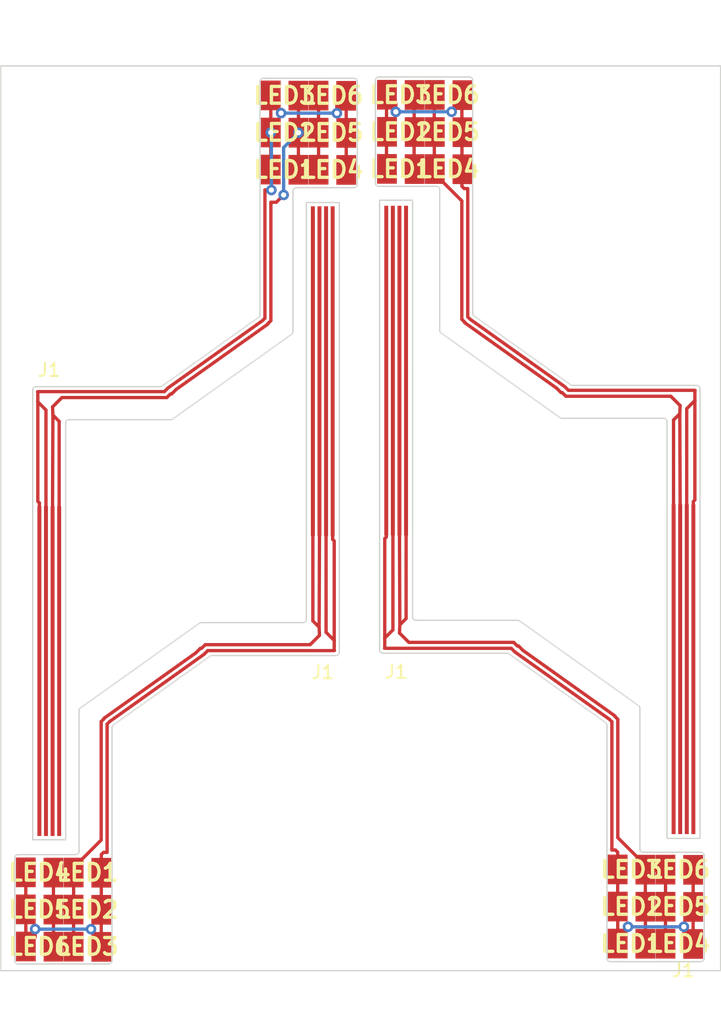
<source format=kicad_pcb>
(kicad_pcb (version 20171130) (host pcbnew "(5.1.5)-3")

  (general
    (thickness 1.6)
    (drawings 108)
    (tracks 268)
    (zones 0)
    (modules 28)
    (nets 3)
  )

  (page A4)
  (layers
    (0 F.Cu signal)
    (31 B.Cu signal)
    (32 B.Adhes user hide)
    (33 F.Adhes user hide)
    (34 B.Paste user hide)
    (35 F.Paste user hide)
    (36 B.SilkS user hide)
    (37 F.SilkS user hide)
    (38 B.Mask user hide)
    (39 F.Mask user hide)
    (40 Dwgs.User user hide)
    (41 Cmts.User user hide)
    (42 Eco1.User user hide)
    (43 Eco2.User user hide)
    (44 Edge.Cuts user)
    (45 Margin user hide)
    (46 B.CrtYd user hide)
    (47 F.CrtYd user hide)
    (48 B.Fab user hide)
    (49 F.Fab user)
  )

  (setup
    (last_trace_width 0.25)
    (trace_clearance 0.2)
    (zone_clearance 0.508)
    (zone_45_only no)
    (trace_min 0.2)
    (via_size 0.8)
    (via_drill 0.4)
    (via_min_size 0.4)
    (via_min_drill 0.3)
    (uvia_size 0.3)
    (uvia_drill 0.1)
    (uvias_allowed no)
    (uvia_min_size 0.2)
    (uvia_min_drill 0.1)
    (edge_width 0.1)
    (segment_width 0.2)
    (pcb_text_width 0.3)
    (pcb_text_size 1.5 1.5)
    (mod_edge_width 0.15)
    (mod_text_size 1 1)
    (mod_text_width 0.15)
    (pad_size 1.5 2.25)
    (pad_drill 0)
    (pad_to_mask_clearance 0)
    (aux_axis_origin 0 0)
    (visible_elements 7FFFFFFF)
    (pcbplotparams
      (layerselection 0x010fc_ffffffff)
      (usegerberextensions false)
      (usegerberattributes false)
      (usegerberadvancedattributes false)
      (creategerberjobfile false)
      (excludeedgelayer true)
      (linewidth 0.100000)
      (plotframeref false)
      (viasonmask false)
      (mode 1)
      (useauxorigin false)
      (hpglpennumber 1)
      (hpglpenspeed 20)
      (hpglpendiameter 15.000000)
      (psnegative false)
      (psa4output false)
      (plotreference true)
      (plotvalue true)
      (plotinvisibletext false)
      (padsonsilk false)
      (subtractmaskfromsilk false)
      (outputformat 1)
      (mirror false)
      (drillshape 0)
      (scaleselection 1)
      (outputdirectory "C:/Users/Ianht/Documents/General/Professional/MCube/GitHub/Hardware/Electrical/LED Harness/RED+BLUE/"))
  )

  (net 0 "")
  (net 1 "Net-(J1-Pad1)")
  (net 2 "Net-(J1-Pad2)")

  (net_class Default "This is the default net class."
    (clearance 0.2)
    (trace_width 0.25)
    (via_dia 0.8)
    (via_drill 0.4)
    (uvia_dia 0.3)
    (uvia_drill 0.1)
    (add_net "Net-(J1-Pad1)")
    (add_net "Net-(J1-Pad2)")
  )

  (module SamacSys_Parts:LEDM3528X210N (layer F.Cu) (tedit 5E5D4B16) (tstamp 5E5FDF56)
    (at 161.96564 123.69292)
    (descr P-LCC-2_1)
    (tags LED)
    (path /5E5D3B40)
    (attr smd)
    (fp_text reference LED4 (at 0 0) (layer F.SilkS)
      (effects (font (size 1.27 1.27) (thickness 0.254)))
    )
    (fp_text value LB_T64G-V1CA-59-Z (at 0 0) (layer F.SilkS) hide
      (effects (font (size 1.27 1.27) (thickness 0.254)))
    )
    (fp_line (start -1.75 -0.5) (end -0.85 -1.4) (layer F.Fab) (width 0.1))
    (fp_line (start -1.75 1.4) (end -1.75 -1.4) (layer F.Fab) (width 0.1))
    (fp_line (start 1.75 1.4) (end -1.75 1.4) (layer F.Fab) (width 0.1))
    (fp_line (start 1.75 -1.4) (end 1.75 1.4) (layer F.Fab) (width 0.1))
    (fp_line (start -1.75 -1.4) (end 1.75 -1.4) (layer F.Fab) (width 0.1))
    (fp_text user %R (at 0 0) (layer F.Fab)
      (effects (font (size 1.27 1.27) (thickness 0.254)))
    )
    (pad 2 smd rect (at 1.04902 0.0127) (size 1.5 2.25) (layers F.Cu F.Paste F.Mask)
      (net 2 "Net-(J1-Pad2)"))
    (pad 1 smd rect (at -1.04902 -0.00254) (size 1.5 2.25) (layers F.Cu F.Paste F.Mask)
      (net 1 "Net-(J1-Pad1)"))
  )

  (module SamacSys_Parts:LEDM3528X210N (layer F.Cu) (tedit 5E5D4B16) (tstamp 5E5FDF4B)
    (at 158.3436 120.88241 180)
    (descr P-LCC-2_1)
    (tags LED)
    (path /5DF95B42)
    (attr smd)
    (fp_text reference LED2 (at 0 0) (layer F.SilkS)
      (effects (font (size 1.27 1.27) (thickness 0.254)))
    )
    (fp_text value LB_T64G-V1CA-59-Z (at 0 0) (layer F.SilkS) hide
      (effects (font (size 1.27 1.27) (thickness 0.254)))
    )
    (fp_line (start -1.75 -0.5) (end -0.85 -1.4) (layer F.Fab) (width 0.1))
    (fp_line (start -1.75 1.4) (end -1.75 -1.4) (layer F.Fab) (width 0.1))
    (fp_line (start 1.75 1.4) (end -1.75 1.4) (layer F.Fab) (width 0.1))
    (fp_line (start 1.75 -1.4) (end 1.75 1.4) (layer F.Fab) (width 0.1))
    (fp_line (start -1.75 -1.4) (end 1.75 -1.4) (layer F.Fab) (width 0.1))
    (fp_text user %R (at 0 0) (layer F.Fab)
      (effects (font (size 1.27 1.27) (thickness 0.254)))
    )
    (pad 2 smd rect (at 1.04902 0.0127 180) (size 1.5 2.25) (layers F.Cu F.Paste F.Mask)
      (net 2 "Net-(J1-Pad2)"))
    (pad 1 smd rect (at -1.04902 -0.00254 180) (size 1.5 2.25) (layers F.Cu F.Paste F.Mask)
      (net 1 "Net-(J1-Pad1)"))
  )

  (module SamacSys_Parts:LEDM3528X210N (layer F.Cu) (tedit 5E5D4B16) (tstamp 5E5FDF40)
    (at 158.33852 118.0719 180)
    (descr P-LCC-2_1)
    (tags LED)
    (path /5DF9746F)
    (attr smd)
    (fp_text reference LED3 (at 0 0) (layer F.SilkS)
      (effects (font (size 1.27 1.27) (thickness 0.254)))
    )
    (fp_text value LB_T64G-V1CA-59-Z (at 0 0) (layer F.SilkS) hide
      (effects (font (size 1.27 1.27) (thickness 0.254)))
    )
    (fp_text user %R (at 0 0) (layer F.Fab)
      (effects (font (size 1.27 1.27) (thickness 0.254)))
    )
    (fp_line (start -1.75 -1.4) (end 1.75 -1.4) (layer F.Fab) (width 0.1))
    (fp_line (start 1.75 -1.4) (end 1.75 1.4) (layer F.Fab) (width 0.1))
    (fp_line (start 1.75 1.4) (end -1.75 1.4) (layer F.Fab) (width 0.1))
    (fp_line (start -1.75 1.4) (end -1.75 -1.4) (layer F.Fab) (width 0.1))
    (fp_line (start -1.75 -0.5) (end -0.85 -1.4) (layer F.Fab) (width 0.1))
    (pad 1 smd rect (at -1.04902 -0.00254 180) (size 1.5 2.25) (layers F.Cu F.Paste F.Mask)
      (net 1 "Net-(J1-Pad1)"))
    (pad 2 smd rect (at 1.04902 0.0127 180) (size 1.5 2.25) (layers F.Cu F.Paste F.Mask)
      (net 2 "Net-(J1-Pad2)"))
  )

  (module SamacSys_Parts:LEDM3528X210N (layer F.Cu) (tedit 5E5D4B16) (tstamp 5E5FDF35)
    (at 158.33852 123.69038 180)
    (descr P-LCC-2_1)
    (tags LED)
    (path /5DF9516F)
    (attr smd)
    (fp_text reference LED1 (at 0 0) (layer F.SilkS)
      (effects (font (size 1.27 1.27) (thickness 0.254)))
    )
    (fp_text value LB_T64G-V1CA-59-Z (at 0 0) (layer F.SilkS) hide
      (effects (font (size 1.27 1.27) (thickness 0.254)))
    )
    (fp_text user %R (at 0 0) (layer F.Fab)
      (effects (font (size 1.27 1.27) (thickness 0.254)))
    )
    (fp_line (start -1.75 -1.4) (end 1.75 -1.4) (layer F.Fab) (width 0.1))
    (fp_line (start 1.75 -1.4) (end 1.75 1.4) (layer F.Fab) (width 0.1))
    (fp_line (start 1.75 1.4) (end -1.75 1.4) (layer F.Fab) (width 0.1))
    (fp_line (start -1.75 1.4) (end -1.75 -1.4) (layer F.Fab) (width 0.1))
    (fp_line (start -1.75 -0.5) (end -0.85 -1.4) (layer F.Fab) (width 0.1))
    (pad 1 smd rect (at -1.04902 -0.00254 180) (size 1.5 2.25) (layers F.Cu F.Paste F.Mask)
      (net 1 "Net-(J1-Pad1)"))
    (pad 2 smd rect (at 1.04902 0.0127 180) (size 1.5 2.25) (layers F.Cu F.Paste F.Mask)
      (net 2 "Net-(J1-Pad2)"))
  )

  (module SamacSys_Parts:LEDM3528X210N (layer F.Cu) (tedit 5E5FD4EF) (tstamp 5E5FDF2A)
    (at 161.96818 120.88622)
    (descr P-LCC-2_1)
    (tags LED)
    (path /5E5D4416)
    (attr smd)
    (fp_text reference LED5 (at 0 0) (layer F.SilkS)
      (effects (font (size 1.27 1.27) (thickness 0.254)))
    )
    (fp_text value LB_T64G-V1CA-59-Z (at 0 0) (layer F.SilkS) hide
      (effects (font (size 1.27 1.27) (thickness 0.254)))
    )
    (fp_text user %R (at 0 0) (layer F.Fab)
      (effects (font (size 1.27 1.27) (thickness 0.254)))
    )
    (fp_line (start -1.75 -1.4) (end 1.75 -1.4) (layer F.Fab) (width 0.1))
    (fp_line (start 1.75 -1.4) (end 1.75 1.4) (layer F.Fab) (width 0.1))
    (fp_line (start 1.75 1.4) (end -1.75 1.4) (layer F.Fab) (width 0.1))
    (fp_line (start -1.75 1.4) (end -1.75 -1.4) (layer F.Fab) (width 0.1))
    (fp_line (start -1.75 -0.5) (end -0.85 -1.4) (layer F.Fab) (width 0.1))
    (pad 1 smd rect (at -1.04902 -0.00254) (size 1.5 2.25) (layers F.Cu F.Paste F.Mask)
      (net 1 "Net-(J1-Pad1)"))
    (pad 2 smd rect (at 1.04902 0.0127) (size 1.5 2.25) (layers F.Cu F.Paste F.Mask)
      (net 2 "Net-(J1-Pad2)"))
  )

  (module SamacSys_Parts:LEDM3528X210N (layer F.Cu) (tedit 5E5D4B16) (tstamp 5E5FDF1F)
    (at 161.9631 118.07444)
    (descr P-LCC-2_1)
    (tags LED)
    (path /5E5D4DE2)
    (attr smd)
    (fp_text reference LED6 (at 0 0) (layer F.SilkS)
      (effects (font (size 1.27 1.27) (thickness 0.254)))
    )
    (fp_text value LB_T64G-V1CA-59-Z (at 0 0) (layer F.SilkS) hide
      (effects (font (size 1.27 1.27) (thickness 0.254)))
    )
    (fp_line (start -1.75 -0.5) (end -0.85 -1.4) (layer F.Fab) (width 0.1))
    (fp_line (start -1.75 1.4) (end -1.75 -1.4) (layer F.Fab) (width 0.1))
    (fp_line (start 1.75 1.4) (end -1.75 1.4) (layer F.Fab) (width 0.1))
    (fp_line (start 1.75 -1.4) (end 1.75 1.4) (layer F.Fab) (width 0.1))
    (fp_line (start -1.75 -1.4) (end 1.75 -1.4) (layer F.Fab) (width 0.1))
    (fp_text user %R (at 0 0) (layer F.Fab)
      (effects (font (size 1.27 1.27) (thickness 0.254)))
    )
    (pad 2 smd rect (at 1.04902 0.0127) (size 1.5 2.25) (layers F.Cu F.Paste F.Mask)
      (net 2 "Net-(J1-Pad2)"))
    (pad 1 smd rect (at -1.04902 -0.00254) (size 1.5 2.25) (layers F.Cu F.Paste F.Mask)
      (net 1 "Net-(J1-Pad1)"))
  )

  (module "GelSight LED:FFC_Male_1x02-1MP_P0.50m" (layer F.Cu) (tedit 5E5E8B51) (tstamp 5E5FDEB8)
    (at 140.4874 104.5972)
    (descr "Hirose FH12, FFC/FPC connector, FH12-6S-0.5SH, 6 Pins per row (https://www.hirose.com/product/en/products/FH12/FH12-24S-0.5SH(55)/), generated with kicad-footprint-generator")
    (tags "connector Hirose FH12 horizontal")
    (path /5DFAAD9C)
    (attr smd)
    (fp_text reference J1 (at 0 -1.524) (layer F.SilkS)
      (effects (font (size 1 1) (thickness 0.15)))
    )
    (fp_text value " " (at 0 1.7018) (layer F.Fab)
      (effects (font (size 1 1) (thickness 0.15)))
    )
    (pad 2 smd rect (at 0.75 -24.35) (size 0.3 25) (layers F.Cu F.Paste F.Mask)
      (net 2 "Net-(J1-Pad2)"))
    (pad 2 smd rect (at 0.25 -24.35) (size 0.3 25) (layers F.Cu F.Paste F.Mask)
      (net 2 "Net-(J1-Pad2)"))
    (pad e1 smd rect (at -0.25 -24.35) (size 0.3 25) (layers F.Cu F.Paste F.Mask)
      (net 1 "Net-(J1-Pad1)"))
    (pad 1 smd rect (at -0.75 -24.35) (size 0.3 25) (layers F.Cu F.Paste F.Mask)
      (net 1 "Net-(J1-Pad1)"))
    (model ${KISYS3DMOD}/Connector_FFC-FPC.3dshapes/Hirose_FH12-6S-0.5SH_1x06-1MP_P0.50mm_Horizontal.wrl
      (at (xyz 0 0 0))
      (scale (xyz 1 1 1))
      (rotate (xyz 0 0 0))
    )
  )

  (module "GelSight LED:FFC_Male_1x02-1MP_P0.50m" (layer F.Cu) (tedit 5E5E8B51) (tstamp 5E5FDEA1)
    (at 162.2806 127.2286)
    (descr "Hirose FH12, FFC/FPC connector, FH12-6S-0.5SH, 6 Pins per row (https://www.hirose.com/product/en/products/FH12/FH12-24S-0.5SH(55)/), generated with kicad-footprint-generator")
    (tags "connector Hirose FH12 horizontal")
    (path /5DFAAD9C)
    (attr smd)
    (fp_text reference J1 (at 0 -1.524) (layer F.SilkS)
      (effects (font (size 1 1) (thickness 0.15)))
    )
    (fp_text value " " (at 0 1.7018) (layer F.Fab)
      (effects (font (size 1 1) (thickness 0.15)))
    )
    (pad 2 smd rect (at 0.75 -24.35) (size 0.3 25) (layers F.Cu F.Paste F.Mask)
      (net 2 "Net-(J1-Pad2)"))
    (pad 2 smd rect (at 0.25 -24.35) (size 0.3 25) (layers F.Cu F.Paste F.Mask)
      (net 2 "Net-(J1-Pad2)"))
    (pad e1 smd rect (at -0.25 -24.35) (size 0.3 25) (layers F.Cu F.Paste F.Mask)
      (net 1 "Net-(J1-Pad1)"))
    (pad 1 smd rect (at -0.75 -24.35) (size 0.3 25) (layers F.Cu F.Paste F.Mask)
      (net 1 "Net-(J1-Pad1)"))
    (model ${KISYS3DMOD}/Connector_FFC-FPC.3dshapes/Hirose_FH12-6S-0.5SH_1x06-1MP_P0.50mm_Horizontal.wrl
      (at (xyz 0 0 0))
      (scale (xyz 1 1 1))
      (rotate (xyz 0 0 0))
    )
  )

  (module SamacSys_Parts:LEDM3528X210N (layer F.Cu) (tedit 5E5D4B16) (tstamp 5E5FDE4A)
    (at 144.4625 59.34964)
    (descr P-LCC-2_1)
    (tags LED)
    (path /5E5D4DE2)
    (attr smd)
    (fp_text reference LED6 (at 0 0) (layer F.SilkS)
      (effects (font (size 1.27 1.27) (thickness 0.254)))
    )
    (fp_text value LB_T64G-V1CA-59-Z (at 0 0) (layer F.SilkS) hide
      (effects (font (size 1.27 1.27) (thickness 0.254)))
    )
    (fp_text user %R (at 0 0) (layer F.Fab)
      (effects (font (size 1.27 1.27) (thickness 0.254)))
    )
    (fp_line (start -1.75 -1.4) (end 1.75 -1.4) (layer F.Fab) (width 0.1))
    (fp_line (start 1.75 -1.4) (end 1.75 1.4) (layer F.Fab) (width 0.1))
    (fp_line (start 1.75 1.4) (end -1.75 1.4) (layer F.Fab) (width 0.1))
    (fp_line (start -1.75 1.4) (end -1.75 -1.4) (layer F.Fab) (width 0.1))
    (fp_line (start -1.75 -0.5) (end -0.85 -1.4) (layer F.Fab) (width 0.1))
    (pad 1 smd rect (at -1.04902 -0.00254) (size 1.5 2.25) (layers F.Cu F.Paste F.Mask)
      (net 1 "Net-(J1-Pad1)"))
    (pad 2 smd rect (at 1.04902 0.0127) (size 1.5 2.25) (layers F.Cu F.Paste F.Mask)
      (net 2 "Net-(J1-Pad2)"))
  )

  (module SamacSys_Parts:LEDM3528X210N (layer F.Cu) (tedit 5E5D4B16) (tstamp 5E5FDE3F)
    (at 140.843 62.15761 180)
    (descr P-LCC-2_1)
    (tags LED)
    (path /5DF95B42)
    (attr smd)
    (fp_text reference LED2 (at 0 0) (layer F.SilkS)
      (effects (font (size 1.27 1.27) (thickness 0.254)))
    )
    (fp_text value LB_T64G-V1CA-59-Z (at 0 0) (layer F.SilkS) hide
      (effects (font (size 1.27 1.27) (thickness 0.254)))
    )
    (fp_text user %R (at 0 0) (layer F.Fab)
      (effects (font (size 1.27 1.27) (thickness 0.254)))
    )
    (fp_line (start -1.75 -1.4) (end 1.75 -1.4) (layer F.Fab) (width 0.1))
    (fp_line (start 1.75 -1.4) (end 1.75 1.4) (layer F.Fab) (width 0.1))
    (fp_line (start 1.75 1.4) (end -1.75 1.4) (layer F.Fab) (width 0.1))
    (fp_line (start -1.75 1.4) (end -1.75 -1.4) (layer F.Fab) (width 0.1))
    (fp_line (start -1.75 -0.5) (end -0.85 -1.4) (layer F.Fab) (width 0.1))
    (pad 1 smd rect (at -1.04902 -0.00254 180) (size 1.5 2.25) (layers F.Cu F.Paste F.Mask)
      (net 1 "Net-(J1-Pad1)"))
    (pad 2 smd rect (at 1.04902 0.0127 180) (size 1.5 2.25) (layers F.Cu F.Paste F.Mask)
      (net 2 "Net-(J1-Pad2)"))
  )

  (module SamacSys_Parts:LEDM3528X210N (layer F.Cu) (tedit 5E5D4B16) (tstamp 5E5FDE34)
    (at 140.83792 64.96558 180)
    (descr P-LCC-2_1)
    (tags LED)
    (path /5DF9516F)
    (attr smd)
    (fp_text reference LED1 (at 0 0) (layer F.SilkS)
      (effects (font (size 1.27 1.27) (thickness 0.254)))
    )
    (fp_text value LB_T64G-V1CA-59-Z (at 0 0) (layer F.SilkS) hide
      (effects (font (size 1.27 1.27) (thickness 0.254)))
    )
    (fp_line (start -1.75 -0.5) (end -0.85 -1.4) (layer F.Fab) (width 0.1))
    (fp_line (start -1.75 1.4) (end -1.75 -1.4) (layer F.Fab) (width 0.1))
    (fp_line (start 1.75 1.4) (end -1.75 1.4) (layer F.Fab) (width 0.1))
    (fp_line (start 1.75 -1.4) (end 1.75 1.4) (layer F.Fab) (width 0.1))
    (fp_line (start -1.75 -1.4) (end 1.75 -1.4) (layer F.Fab) (width 0.1))
    (fp_text user %R (at 0 0) (layer F.Fab)
      (effects (font (size 1.27 1.27) (thickness 0.254)))
    )
    (pad 2 smd rect (at 1.04902 0.0127 180) (size 1.5 2.25) (layers F.Cu F.Paste F.Mask)
      (net 2 "Net-(J1-Pad2)"))
    (pad 1 smd rect (at -1.04902 -0.00254 180) (size 1.5 2.25) (layers F.Cu F.Paste F.Mask)
      (net 1 "Net-(J1-Pad1)"))
  )

  (module SamacSys_Parts:LEDM3528X210N (layer F.Cu) (tedit 5E5D4B16) (tstamp 5E5FDE29)
    (at 140.83792 59.3471 180)
    (descr P-LCC-2_1)
    (tags LED)
    (path /5DF9746F)
    (attr smd)
    (fp_text reference LED3 (at 0 0) (layer F.SilkS)
      (effects (font (size 1.27 1.27) (thickness 0.254)))
    )
    (fp_text value LB_T64G-V1CA-59-Z (at 0 0) (layer F.SilkS) hide
      (effects (font (size 1.27 1.27) (thickness 0.254)))
    )
    (fp_line (start -1.75 -0.5) (end -0.85 -1.4) (layer F.Fab) (width 0.1))
    (fp_line (start -1.75 1.4) (end -1.75 -1.4) (layer F.Fab) (width 0.1))
    (fp_line (start 1.75 1.4) (end -1.75 1.4) (layer F.Fab) (width 0.1))
    (fp_line (start 1.75 -1.4) (end 1.75 1.4) (layer F.Fab) (width 0.1))
    (fp_line (start -1.75 -1.4) (end 1.75 -1.4) (layer F.Fab) (width 0.1))
    (fp_text user %R (at 0 0) (layer F.Fab)
      (effects (font (size 1.27 1.27) (thickness 0.254)))
    )
    (pad 2 smd rect (at 1.04902 0.0127 180) (size 1.5 2.25) (layers F.Cu F.Paste F.Mask)
      (net 2 "Net-(J1-Pad2)"))
    (pad 1 smd rect (at -1.04902 -0.00254 180) (size 1.5 2.25) (layers F.Cu F.Paste F.Mask)
      (net 1 "Net-(J1-Pad1)"))
  )

  (module SamacSys_Parts:LEDM3528X210N (layer F.Cu) (tedit 5E5FD4EF) (tstamp 5E5FDE1E)
    (at 144.46758 62.16142)
    (descr P-LCC-2_1)
    (tags LED)
    (path /5E5D4416)
    (attr smd)
    (fp_text reference LED5 (at 0 0) (layer F.SilkS)
      (effects (font (size 1.27 1.27) (thickness 0.254)))
    )
    (fp_text value LB_T64G-V1CA-59-Z (at 0 0) (layer F.SilkS) hide
      (effects (font (size 1.27 1.27) (thickness 0.254)))
    )
    (fp_line (start -1.75 -0.5) (end -0.85 -1.4) (layer F.Fab) (width 0.1))
    (fp_line (start -1.75 1.4) (end -1.75 -1.4) (layer F.Fab) (width 0.1))
    (fp_line (start 1.75 1.4) (end -1.75 1.4) (layer F.Fab) (width 0.1))
    (fp_line (start 1.75 -1.4) (end 1.75 1.4) (layer F.Fab) (width 0.1))
    (fp_line (start -1.75 -1.4) (end 1.75 -1.4) (layer F.Fab) (width 0.1))
    (fp_text user %R (at 0 0) (layer F.Fab)
      (effects (font (size 1.27 1.27) (thickness 0.254)))
    )
    (pad 2 smd rect (at 1.04902 0.0127) (size 1.5 2.25) (layers F.Cu F.Paste F.Mask)
      (net 2 "Net-(J1-Pad2)"))
    (pad 1 smd rect (at -1.04902 -0.00254) (size 1.5 2.25) (layers F.Cu F.Paste F.Mask)
      (net 1 "Net-(J1-Pad1)"))
  )

  (module SamacSys_Parts:LEDM3528X210N (layer F.Cu) (tedit 5E5D4B16) (tstamp 5E5FDE13)
    (at 144.46504 64.96812)
    (descr P-LCC-2_1)
    (tags LED)
    (path /5E5D3B40)
    (attr smd)
    (fp_text reference LED4 (at 0 0) (layer F.SilkS)
      (effects (font (size 1.27 1.27) (thickness 0.254)))
    )
    (fp_text value LB_T64G-V1CA-59-Z (at 0 0) (layer F.SilkS) hide
      (effects (font (size 1.27 1.27) (thickness 0.254)))
    )
    (fp_text user %R (at 0 0) (layer F.Fab)
      (effects (font (size 1.27 1.27) (thickness 0.254)))
    )
    (fp_line (start -1.75 -1.4) (end 1.75 -1.4) (layer F.Fab) (width 0.1))
    (fp_line (start 1.75 -1.4) (end 1.75 1.4) (layer F.Fab) (width 0.1))
    (fp_line (start 1.75 1.4) (end -1.75 1.4) (layer F.Fab) (width 0.1))
    (fp_line (start -1.75 1.4) (end -1.75 -1.4) (layer F.Fab) (width 0.1))
    (fp_line (start -1.75 -0.5) (end -0.85 -1.4) (layer F.Fab) (width 0.1))
    (pad 1 smd rect (at -1.04902 -0.00254) (size 1.5 2.25) (layers F.Cu F.Paste F.Mask)
      (net 1 "Net-(J1-Pad1)"))
    (pad 2 smd rect (at 1.04902 0.0127) (size 1.5 2.25) (layers F.Cu F.Paste F.Mask)
      (net 2 "Net-(J1-Pad2)"))
  )

  (module SamacSys_Parts:LEDM3528X210N (layer F.Cu) (tedit 5E5D4B16) (tstamp 5E5FD80B)
    (at 113.4491 123.91136 180)
    (descr P-LCC-2_1)
    (tags LED)
    (path /5E5D4DE2)
    (attr smd)
    (fp_text reference LED6 (at 0 0) (layer F.SilkS)
      (effects (font (size 1.27 1.27) (thickness 0.254)))
    )
    (fp_text value LB_T64G-V1CA-59-Z (at 0 0) (layer F.SilkS) hide
      (effects (font (size 1.27 1.27) (thickness 0.254)))
    )
    (fp_text user %R (at 0 0) (layer F.Fab)
      (effects (font (size 1.27 1.27) (thickness 0.254)))
    )
    (fp_line (start -1.75 -1.4) (end 1.75 -1.4) (layer F.Fab) (width 0.1))
    (fp_line (start 1.75 -1.4) (end 1.75 1.4) (layer F.Fab) (width 0.1))
    (fp_line (start 1.75 1.4) (end -1.75 1.4) (layer F.Fab) (width 0.1))
    (fp_line (start -1.75 1.4) (end -1.75 -1.4) (layer F.Fab) (width 0.1))
    (fp_line (start -1.75 -0.5) (end -0.85 -1.4) (layer F.Fab) (width 0.1))
    (pad 1 smd rect (at -1.04902 -0.00254 180) (size 1.5 2.25) (layers F.Cu F.Paste F.Mask)
      (net 1 "Net-(J1-Pad1)"))
    (pad 2 smd rect (at 1.04902 0.0127 180) (size 1.5 2.25) (layers F.Cu F.Paste F.Mask)
      (net 2 "Net-(J1-Pad2)"))
  )

  (module SamacSys_Parts:LEDM3528X210N (layer F.Cu) (tedit 5E5D4B16) (tstamp 5E5FD800)
    (at 117.0686 121.10339)
    (descr P-LCC-2_1)
    (tags LED)
    (path /5DF95B42)
    (attr smd)
    (fp_text reference LED2 (at 0 0) (layer F.SilkS)
      (effects (font (size 1.27 1.27) (thickness 0.254)))
    )
    (fp_text value LB_T64G-V1CA-59-Z (at 0 0) (layer F.SilkS) hide
      (effects (font (size 1.27 1.27) (thickness 0.254)))
    )
    (fp_text user %R (at 0 0) (layer F.Fab)
      (effects (font (size 1.27 1.27) (thickness 0.254)))
    )
    (fp_line (start -1.75 -1.4) (end 1.75 -1.4) (layer F.Fab) (width 0.1))
    (fp_line (start 1.75 -1.4) (end 1.75 1.4) (layer F.Fab) (width 0.1))
    (fp_line (start 1.75 1.4) (end -1.75 1.4) (layer F.Fab) (width 0.1))
    (fp_line (start -1.75 1.4) (end -1.75 -1.4) (layer F.Fab) (width 0.1))
    (fp_line (start -1.75 -0.5) (end -0.85 -1.4) (layer F.Fab) (width 0.1))
    (pad 1 smd rect (at -1.04902 -0.00254) (size 1.5 2.25) (layers F.Cu F.Paste F.Mask)
      (net 1 "Net-(J1-Pad1)"))
    (pad 2 smd rect (at 1.04902 0.0127) (size 1.5 2.25) (layers F.Cu F.Paste F.Mask)
      (net 2 "Net-(J1-Pad2)"))
  )

  (module SamacSys_Parts:LEDM3528X210N (layer F.Cu) (tedit 5E5D4B16) (tstamp 5E5FD7F5)
    (at 117.07368 118.29542)
    (descr P-LCC-2_1)
    (tags LED)
    (path /5DF9516F)
    (attr smd)
    (fp_text reference LED1 (at 0 0) (layer F.SilkS)
      (effects (font (size 1.27 1.27) (thickness 0.254)))
    )
    (fp_text value LB_T64G-V1CA-59-Z (at 0 0) (layer F.SilkS) hide
      (effects (font (size 1.27 1.27) (thickness 0.254)))
    )
    (fp_line (start -1.75 -0.5) (end -0.85 -1.4) (layer F.Fab) (width 0.1))
    (fp_line (start -1.75 1.4) (end -1.75 -1.4) (layer F.Fab) (width 0.1))
    (fp_line (start 1.75 1.4) (end -1.75 1.4) (layer F.Fab) (width 0.1))
    (fp_line (start 1.75 -1.4) (end 1.75 1.4) (layer F.Fab) (width 0.1))
    (fp_line (start -1.75 -1.4) (end 1.75 -1.4) (layer F.Fab) (width 0.1))
    (fp_text user %R (at 0 0) (layer F.Fab)
      (effects (font (size 1.27 1.27) (thickness 0.254)))
    )
    (pad 2 smd rect (at 1.04902 0.0127) (size 1.5 2.25) (layers F.Cu F.Paste F.Mask)
      (net 2 "Net-(J1-Pad2)"))
    (pad 1 smd rect (at -1.04902 -0.00254) (size 1.5 2.25) (layers F.Cu F.Paste F.Mask)
      (net 1 "Net-(J1-Pad1)"))
  )

  (module SamacSys_Parts:LEDM3528X210N (layer F.Cu) (tedit 5E5D4B16) (tstamp 5E5FD7EA)
    (at 117.07368 123.9139)
    (descr P-LCC-2_1)
    (tags LED)
    (path /5DF9746F)
    (attr smd)
    (fp_text reference LED3 (at 0 0) (layer F.SilkS)
      (effects (font (size 1.27 1.27) (thickness 0.254)))
    )
    (fp_text value LB_T64G-V1CA-59-Z (at 0 0) (layer F.SilkS) hide
      (effects (font (size 1.27 1.27) (thickness 0.254)))
    )
    (fp_line (start -1.75 -0.5) (end -0.85 -1.4) (layer F.Fab) (width 0.1))
    (fp_line (start -1.75 1.4) (end -1.75 -1.4) (layer F.Fab) (width 0.1))
    (fp_line (start 1.75 1.4) (end -1.75 1.4) (layer F.Fab) (width 0.1))
    (fp_line (start 1.75 -1.4) (end 1.75 1.4) (layer F.Fab) (width 0.1))
    (fp_line (start -1.75 -1.4) (end 1.75 -1.4) (layer F.Fab) (width 0.1))
    (fp_text user %R (at 0 0) (layer F.Fab)
      (effects (font (size 1.27 1.27) (thickness 0.254)))
    )
    (pad 2 smd rect (at 1.04902 0.0127) (size 1.5 2.25) (layers F.Cu F.Paste F.Mask)
      (net 2 "Net-(J1-Pad2)"))
    (pad 1 smd rect (at -1.04902 -0.00254) (size 1.5 2.25) (layers F.Cu F.Paste F.Mask)
      (net 1 "Net-(J1-Pad1)"))
  )

  (module "GelSight LED:FFC_Male_1x02-1MP_P0.50m" (layer F.Cu) (tedit 5E5E8B51) (tstamp 5E5FD7E3)
    (at 134.9208 104.6394)
    (descr "Hirose FH12, FFC/FPC connector, FH12-6S-0.5SH, 6 Pins per row (https://www.hirose.com/product/en/products/FH12/FH12-24S-0.5SH(55)/), generated with kicad-footprint-generator")
    (tags "connector Hirose FH12 horizontal")
    (path /5DFAAD9C)
    (attr smd)
    (fp_text reference J1 (at 0 -1.524) (layer F.SilkS)
      (effects (font (size 1 1) (thickness 0.15)))
    )
    (fp_text value " " (at 0 1.7018) (layer F.Fab)
      (effects (font (size 1 1) (thickness 0.15)))
    )
    (pad 1 smd rect (at -0.75 -24.35) (size 0.3 25) (layers F.Cu F.Paste F.Mask)
      (net 1 "Net-(J1-Pad1)"))
    (pad e1 smd rect (at -0.25 -24.35) (size 0.3 25) (layers F.Cu F.Paste F.Mask)
      (net 1 "Net-(J1-Pad1)"))
    (pad 2 smd rect (at 0.25 -24.35) (size 0.3 25) (layers F.Cu F.Paste F.Mask)
      (net 2 "Net-(J1-Pad2)"))
    (pad 2 smd rect (at 0.75 -24.35) (size 0.3 25) (layers F.Cu F.Paste F.Mask)
      (net 2 "Net-(J1-Pad2)"))
    (model ${KISYS3DMOD}/Connector_FFC-FPC.3dshapes/Hirose_FH12-6S-0.5SH_1x06-1MP_P0.50mm_Horizontal.wrl
      (at (xyz 0 0 0))
      (scale (xyz 1 1 1))
      (rotate (xyz 0 0 0))
    )
  )

  (module SamacSys_Parts:LEDM3528X210N (layer F.Cu) (tedit 5E5D4DB9) (tstamp 5E5FD7D8)
    (at 113.44402 121.09958 180)
    (descr P-LCC-2_1)
    (tags LED)
    (path /5E5D4416)
    (attr smd)
    (fp_text reference LED5 (at 0 0) (layer F.SilkS)
      (effects (font (size 1.27 1.27) (thickness 0.254)))
    )
    (fp_text value LB_T64G-V1CA-59-Z (at 0 0) (layer F.SilkS) hide
      (effects (font (size 1.27 1.27) (thickness 0.254)))
    )
    (fp_line (start -1.75 -0.5) (end -0.85 -1.4) (layer F.Fab) (width 0.1))
    (fp_line (start -1.75 1.4) (end -1.75 -1.4) (layer F.Fab) (width 0.1))
    (fp_line (start 1.75 1.4) (end -1.75 1.4) (layer F.Fab) (width 0.1))
    (fp_line (start 1.75 -1.4) (end 1.75 1.4) (layer F.Fab) (width 0.1))
    (fp_line (start -1.75 -1.4) (end 1.75 -1.4) (layer F.Fab) (width 0.1))
    (fp_text user %R (at 0 0) (layer F.Fab)
      (effects (font (size 1.27 1.27) (thickness 0.254)))
    )
    (pad 2 smd rect (at 1.04902 0.0127 180) (size 1.5 2.25) (layers F.Cu F.Paste F.Mask)
      (net 2 "Net-(J1-Pad2)"))
    (pad 1 smd rect (at -1.04902 -0.00254 180) (size 1.5 2.25) (layers F.Cu F.Paste F.Mask)
      (net 1 "Net-(J1-Pad1)"))
  )

  (module SamacSys_Parts:LEDM3528X210N (layer F.Cu) (tedit 5E5D4B16) (tstamp 5E5FD7CD)
    (at 113.44656 118.29288 180)
    (descr P-LCC-2_1)
    (tags LED)
    (path /5E5D3B40)
    (attr smd)
    (fp_text reference LED4 (at 0 0) (layer F.SilkS)
      (effects (font (size 1.27 1.27) (thickness 0.254)))
    )
    (fp_text value LB_T64G-V1CA-59-Z (at 0 0) (layer F.SilkS) hide
      (effects (font (size 1.27 1.27) (thickness 0.254)))
    )
    (fp_text user %R (at 0 0) (layer F.Fab)
      (effects (font (size 1.27 1.27) (thickness 0.254)))
    )
    (fp_line (start -1.75 -1.4) (end 1.75 -1.4) (layer F.Fab) (width 0.1))
    (fp_line (start 1.75 -1.4) (end 1.75 1.4) (layer F.Fab) (width 0.1))
    (fp_line (start 1.75 1.4) (end -1.75 1.4) (layer F.Fab) (width 0.1))
    (fp_line (start -1.75 1.4) (end -1.75 -1.4) (layer F.Fab) (width 0.1))
    (fp_line (start -1.75 -0.5) (end -0.85 -1.4) (layer F.Fab) (width 0.1))
    (pad 1 smd rect (at -1.04902 -0.00254 180) (size 1.5 2.25) (layers F.Cu F.Paste F.Mask)
      (net 1 "Net-(J1-Pad1)"))
    (pad 2 smd rect (at 1.04902 0.0127 180) (size 1.5 2.25) (layers F.Cu F.Paste F.Mask)
      (net 2 "Net-(J1-Pad2)"))
  )

  (module "GelSight LED:FFC_Male_1x02-1MP_P0.50m" (layer F.Cu) (tedit 5E5E8B51) (tstamp 5E5D4E10)
    (at 114.177 78.6724 180)
    (descr "Hirose FH12, FFC/FPC connector, FH12-6S-0.5SH, 6 Pins per row (https://www.hirose.com/product/en/products/FH12/FH12-24S-0.5SH(55)/), generated with kicad-footprint-generator")
    (tags "connector Hirose FH12 horizontal")
    (path /5DFAAD9C)
    (attr smd)
    (fp_text reference J1 (at 0 -1.524) (layer F.SilkS)
      (effects (font (size 1 1) (thickness 0.15)))
    )
    (fp_text value " " (at 0 1.7018) (layer F.Fab)
      (effects (font (size 1 1) (thickness 0.15)))
    )
    (pad 2 smd rect (at 0.75 -24.35 180) (size 0.3 25) (layers F.Cu F.Paste F.Mask)
      (net 2 "Net-(J1-Pad2)"))
    (pad 2 smd rect (at 0.25 -24.35 180) (size 0.3 25) (layers F.Cu F.Paste F.Mask)
      (net 2 "Net-(J1-Pad2)"))
    (pad e1 smd rect (at -0.25 -24.35 180) (size 0.3 25) (layers F.Cu F.Paste F.Mask)
      (net 1 "Net-(J1-Pad1)"))
    (pad 1 smd rect (at -0.75 -24.35 180) (size 0.3 25) (layers F.Cu F.Paste F.Mask)
      (net 1 "Net-(J1-Pad1)"))
    (model ${KISYS3DMOD}/Connector_FFC-FPC.3dshapes/Hirose_FH12-6S-0.5SH_1x06-1MP_P0.50mm_Horizontal.wrl
      (at (xyz 0 0 0))
      (scale (xyz 1 1 1))
      (rotate (xyz 0 0 0))
    )
  )

  (module SamacSys_Parts:LEDM3528X210N (layer F.Cu) (tedit 5E5D4B16) (tstamp 5E5D4E1C)
    (at 132.02412 65.01638 180)
    (descr P-LCC-2_1)
    (tags LED)
    (path /5DF9516F)
    (attr smd)
    (fp_text reference LED1 (at 0 0) (layer F.SilkS)
      (effects (font (size 1.27 1.27) (thickness 0.254)))
    )
    (fp_text value LB_T64G-V1CA-59-Z (at 0 0) (layer F.SilkS) hide
      (effects (font (size 1.27 1.27) (thickness 0.254)))
    )
    (fp_text user " " (at 10.10412 2.78638) (layer F.Fab)
      (effects (font (size 1.27 1.27) (thickness 0.254)))
    )
    (fp_line (start -1.75 -1.4) (end 1.75 -1.4) (layer F.Fab) (width 0.1))
    (fp_line (start 1.75 -1.4) (end 1.75 1.4) (layer F.Fab) (width 0.1))
    (fp_line (start 1.75 1.4) (end -1.75 1.4) (layer F.Fab) (width 0.1))
    (fp_line (start -1.75 1.4) (end -1.75 -1.4) (layer F.Fab) (width 0.1))
    (fp_line (start -1.75 -0.5) (end -0.85 -1.4) (layer F.Fab) (width 0.1))
    (pad 1 smd rect (at -1.04902 -0.00254 180) (size 1.5 2.25) (layers F.Cu F.Paste F.Mask)
      (net 1 "Net-(J1-Pad1)"))
    (pad 2 smd rect (at 1.04902 0.0127 180) (size 1.5 2.25) (layers F.Cu F.Paste F.Mask)
      (net 2 "Net-(J1-Pad2)"))
  )

  (module SamacSys_Parts:LEDM3528X210N (layer F.Cu) (tedit 5E5D4B16) (tstamp 5E5D4E28)
    (at 132.0292 62.20841 180)
    (descr P-LCC-2_1)
    (tags LED)
    (path /5DF95B42)
    (attr smd)
    (fp_text reference LED2 (at 0 0) (layer F.SilkS)
      (effects (font (size 1.27 1.27) (thickness 0.254)))
    )
    (fp_text value LB_T64G-V1CA-59-Z (at 0 0) (layer F.SilkS) hide
      (effects (font (size 1.27 1.27) (thickness 0.254)))
    )
    (fp_line (start -1.75 -0.5) (end -0.85 -1.4) (layer F.Fab) (width 0.1))
    (fp_line (start -1.75 1.4) (end -1.75 -1.4) (layer F.Fab) (width 0.1))
    (fp_line (start 1.75 1.4) (end -1.75 1.4) (layer F.Fab) (width 0.1))
    (fp_line (start 1.75 -1.4) (end 1.75 1.4) (layer F.Fab) (width 0.1))
    (fp_line (start -1.75 -1.4) (end 1.75 -1.4) (layer F.Fab) (width 0.1))
    (fp_text user " " (at 7.5692 8.86841) (layer F.Fab)
      (effects (font (size 1.27 1.27) (thickness 0.254)))
    )
    (pad 2 smd rect (at 1.04902 0.0127 180) (size 1.5 2.25) (layers F.Cu F.Paste F.Mask)
      (net 2 "Net-(J1-Pad2)"))
    (pad 1 smd rect (at -1.04902 -0.00254 180) (size 1.5 2.25) (layers F.Cu F.Paste F.Mask)
      (net 1 "Net-(J1-Pad1)"))
  )

  (module SamacSys_Parts:LEDM3528X210N (layer F.Cu) (tedit 5E5D4B16) (tstamp 5E5D4E34)
    (at 132.02412 59.3979 180)
    (descr P-LCC-2_1)
    (tags LED)
    (path /5DF9746F)
    (attr smd)
    (fp_text reference LED3 (at 0 0) (layer F.SilkS)
      (effects (font (size 1.27 1.27) (thickness 0.254)))
    )
    (fp_text value LB_T64G-V1CA-59-Z (at 0 0) (layer F.SilkS) hide
      (effects (font (size 1.27 1.27) (thickness 0.254)))
    )
    (fp_text user " " (at 1.21412 4.7879) (layer F.Fab)
      (effects (font (size 1.27 1.27) (thickness 0.254)))
    )
    (fp_line (start -1.75 -1.4) (end 1.75 -1.4) (layer F.Fab) (width 0.1))
    (fp_line (start 1.75 -1.4) (end 1.75 1.4) (layer F.Fab) (width 0.1))
    (fp_line (start 1.75 1.4) (end -1.75 1.4) (layer F.Fab) (width 0.1))
    (fp_line (start -1.75 1.4) (end -1.75 -1.4) (layer F.Fab) (width 0.1))
    (fp_line (start -1.75 -0.5) (end -0.85 -1.4) (layer F.Fab) (width 0.1))
    (pad 1 smd rect (at -1.04902 -0.00254 180) (size 1.5 2.25) (layers F.Cu F.Paste F.Mask)
      (net 1 "Net-(J1-Pad1)"))
    (pad 2 smd rect (at 1.04902 0.0127 180) (size 1.5 2.25) (layers F.Cu F.Paste F.Mask)
      (net 2 "Net-(J1-Pad2)"))
  )

  (module SamacSys_Parts:LEDM3528X210N (layer F.Cu) (tedit 5E5D4B16) (tstamp 5E5D4E40)
    (at 135.65124 65.01892)
    (descr P-LCC-2_1)
    (tags LED)
    (path /5E5D3B40)
    (attr smd)
    (fp_text reference LED4 (at 0 0) (layer F.SilkS)
      (effects (font (size 1.27 1.27) (thickness 0.254)))
    )
    (fp_text value LB_T64G-V1CA-59-Z (at 0 0) (layer F.SilkS) hide
      (effects (font (size 1.27 1.27) (thickness 0.254)))
    )
    (fp_line (start -1.75 -0.5) (end -0.85 -1.4) (layer F.Fab) (width 0.1))
    (fp_line (start -1.75 1.4) (end -1.75 -1.4) (layer F.Fab) (width 0.1))
    (fp_line (start 1.75 1.4) (end -1.75 1.4) (layer F.Fab) (width 0.1))
    (fp_line (start 1.75 -1.4) (end 1.75 1.4) (layer F.Fab) (width 0.1))
    (fp_line (start -1.75 -1.4) (end 1.75 -1.4) (layer F.Fab) (width 0.1))
    (fp_text user " " (at -13.73124 2.29108) (layer F.Fab)
      (effects (font (size 1.27 1.27) (thickness 0.254)))
    )
    (pad 2 smd rect (at 1.04902 0.0127) (size 1.5 2.25) (layers F.Cu F.Paste F.Mask)
      (net 2 "Net-(J1-Pad2)"))
    (pad 1 smd rect (at -1.04902 -0.00254) (size 1.5 2.25) (layers F.Cu F.Paste F.Mask)
      (net 1 "Net-(J1-Pad1)"))
  )

  (module SamacSys_Parts:LEDM3528X210N (layer F.Cu) (tedit 5E5FD4EF) (tstamp 5E5D4E4C)
    (at 135.65378 62.21222)
    (descr P-LCC-2_1)
    (tags LED)
    (path /5E5D4416)
    (attr smd)
    (fp_text reference LED5 (at 0 0) (layer F.SilkS)
      (effects (font (size 1.27 1.27) (thickness 0.254)))
    )
    (fp_text value LB_T64G-V1CA-59-Z (at 0 0) (layer F.SilkS) hide
      (effects (font (size 1.27 1.27) (thickness 0.254)))
    )
    (fp_text user " " (at 5.31622 -8.87222) (layer F.Fab)
      (effects (font (size 1.27 1.27) (thickness 0.254)))
    )
    (fp_line (start -1.75 -1.4) (end 1.75 -1.4) (layer F.Fab) (width 0.1))
    (fp_line (start 1.75 -1.4) (end 1.75 1.4) (layer F.Fab) (width 0.1))
    (fp_line (start 1.75 1.4) (end -1.75 1.4) (layer F.Fab) (width 0.1))
    (fp_line (start -1.75 1.4) (end -1.75 -1.4) (layer F.Fab) (width 0.1))
    (fp_line (start -1.75 -0.5) (end -0.85 -1.4) (layer F.Fab) (width 0.1))
    (pad 1 smd rect (at -1.04902 -0.00254) (size 1.5 2.25) (layers F.Cu F.Paste F.Mask)
      (net 1 "Net-(J1-Pad1)"))
    (pad 2 smd rect (at 1.04902 0.0127) (size 1.5 2.25) (layers F.Cu F.Paste F.Mask)
      (net 2 "Net-(J1-Pad2)"))
  )

  (module SamacSys_Parts:LEDM3528X210N (layer F.Cu) (tedit 5E5D4B16) (tstamp 5E5D4E58)
    (at 135.6487 59.40044)
    (descr P-LCC-2_1)
    (tags LED)
    (path /5E5D4DE2)
    (attr smd)
    (fp_text reference LED6 (at 0 0) (layer F.SilkS)
      (effects (font (size 1.27 1.27) (thickness 0.254)))
    )
    (fp_text value LB_T64G-V1CA-59-Z (at 0 0) (layer F.SilkS) hide
      (effects (font (size 1.27 1.27) (thickness 0.254)))
    )
    (fp_line (start -1.75 -0.5) (end -0.85 -1.4) (layer F.Fab) (width 0.1))
    (fp_line (start -1.75 1.4) (end -1.75 -1.4) (layer F.Fab) (width 0.1))
    (fp_line (start 1.75 1.4) (end -1.75 1.4) (layer F.Fab) (width 0.1))
    (fp_line (start 1.75 -1.4) (end 1.75 1.4) (layer F.Fab) (width 0.1))
    (fp_line (start -1.75 -1.4) (end 1.75 -1.4) (layer F.Fab) (width 0.1))
    (fp_text user " " (at 0 -4.79044) (layer F.Fab)
      (effects (font (size 1.27 1.27) (thickness 0.254)))
    )
    (pad 2 smd rect (at 1.04902 0.0127) (size 1.5 2.25) (layers F.Cu F.Paste F.Mask)
      (net 2 "Net-(J1-Pad2)"))
    (pad 1 smd rect (at -1.04902 -0.00254) (size 1.5 2.25) (layers F.Cu F.Paste F.Mask)
      (net 1 "Net-(J1-Pad1)"))
  )

  (gr_line (start 165.1 57.15) (end 165.1 125.73) (layer Edge.Cuts) (width 0.1))
  (gr_line (start 110.49 57.15) (end 165.1 57.15) (layer Edge.Cuts) (width 0.1))
  (gr_line (start 110.49 125.73) (end 110.49 57.15) (layer Edge.Cuts) (width 0.1))
  (gr_line (start 165.1 125.73) (end 110.49 125.73) (layer Edge.Cuts) (width 0.1))
  (gr_line (start 126.507501 101.847495) (end 135.927602 101.847495) (layer Edge.Cuts) (width 0.1) (tstamp 5E5FD82F))
  (gr_line (start 125.563516 99.393834) (end 116.54261 105.815938) (layer Edge.Cuts) (width 0.1) (tstamp 5E5FD82E))
  (gr_arc (start 116.6876 106.0196) (end 116.54261 105.815938) (angle -54.552425) (layer Edge.Cuts) (width 0.1) (tstamp 5E5FD82D))
  (gr_arc (start 111.809 117.183922) (end 111.809 116.933922) (angle -90) (layer Edge.Cuts) (width 0.1) (tstamp 5E5FD82C))
  (gr_arc (start 126.507501 102.097495) (end 126.507501 101.847495) (angle -35.447575) (layer Edge.Cuts) (width 0.1) (tstamp 5E5FD82B))
  (gr_line (start 111.809 116.933922) (end 115.959 116.933922) (layer Edge.Cuts) (width 0.1) (tstamp 5E5FD82A))
  (gr_line (start 116.1876 116.933922) (end 115.959 116.933922) (layer Edge.Cuts) (width 0.1) (tstamp 5E5FD829))
  (gr_line (start 133.677602 99.097495) (end 133.677602 67.504729) (layer Edge.Cuts) (width 0.1) (tstamp 5E5FD828))
  (gr_line (start 111.809 125.225535) (end 118.459 125.225535) (layer Edge.Cuts) (width 0.1) (tstamp 5E5FD827))
  (gr_arc (start 119.1876 107.308632) (end 119.04261 107.10497) (angle -54.552425) (layer Edge.Cuts) (width 0.1) (tstamp 5E5FD826))
  (gr_arc (start 111.809 124.975535) (end 111.559 124.975535) (angle -90) (layer Edge.Cuts) (width 0.1) (tstamp 5E5FD825))
  (gr_line (start 111.559 124.975535) (end 111.559 117.183922) (layer Edge.Cuts) (width 0.1) (tstamp 5E5FD824))
  (gr_line (start 116.4376 116.683922) (end 116.4376 106.0196) (layer Edge.Cuts) (width 0.1) (tstamp 5E5FD823))
  (gr_line (start 136.177602 67.504729) (end 133.677602 67.504729) (layer Edge.Cuts) (width 0.1) (tstamp 5E5FD822))
  (gr_line (start 133.427602 99.347495) (end 125.708506 99.347495) (layer Edge.Cuts) (width 0.1) (tstamp 5E5FD821))
  (gr_line (start 118.9376 124.975535) (end 118.9376 117.183922) (layer Edge.Cuts) (width 0.1) (tstamp 5E5FD820))
  (gr_arc (start 118.6876 124.975535) (end 118.6876 125.225535) (angle -90) (layer Edge.Cuts) (width 0.1) (tstamp 5E5FD81F))
  (gr_line (start 118.6876 125.225535) (end 118.459 125.225535) (layer Edge.Cuts) (width 0.1) (tstamp 5E5FD81E))
  (gr_arc (start 133.427602 99.097495) (end 133.427602 99.347495) (angle -90) (layer Edge.Cuts) (width 0.1) (tstamp 5E5FD81D))
  (gr_arc (start 125.708506 99.597495) (end 125.708506 99.347495) (angle -35.447575) (layer Edge.Cuts) (width 0.1) (tstamp 5E5FD81C))
  (gr_line (start 136.177602 101.597495) (end 136.177602 67.504729) (layer Edge.Cuts) (width 0.1) (tstamp 5E5FD81B))
  (gr_arc (start 116.1876 116.683922) (end 116.1876 116.933922) (angle -90) (layer Edge.Cuts) (width 0.1) (tstamp 5E5FD81A))
  (gr_arc (start 135.927602 101.597495) (end 135.927602 101.847495) (angle -90) (layer Edge.Cuts) (width 0.1) (tstamp 5E5FD819))
  (gr_line (start 118.9376 117.179729) (end 118.9376 107.308632) (layer Edge.Cuts) (width 0.1) (tstamp 5E5FD818))
  (gr_arc (start 118.6876 117.183922) (end 118.9376 117.183922) (angle -0.9610062894) (layer Edge.Cuts) (width 0.1) (tstamp 5E5FD817))
  (gr_line (start 119.04261 107.10497) (end 126.362512 101.893834) (layer Edge.Cuts) (width 0.1) (tstamp 5E5FD816))
  (gr_line (start 158.9746 116.506122) (end 158.9746 105.8418) (layer Edge.Cuts) (width 0.1) (tstamp 5E5FD554))
  (gr_arc (start 148.904699 101.919695) (end 148.904699 101.669695) (angle 35.447575) (layer Edge.Cuts) (width 0.1) (tstamp 5E5FD553))
  (gr_arc (start 156.7246 124.797735) (end 156.7246 125.047735) (angle 90) (layer Edge.Cuts) (width 0.1) (tstamp 5E5FD552))
  (gr_line (start 139.234598 67.326929) (end 141.734598 67.326929) (layer Edge.Cuts) (width 0.1) (tstamp 5E5FD551))
  (gr_arc (start 158.7246 105.8418) (end 158.86959 105.638138) (angle 54.552425) (layer Edge.Cuts) (width 0.1) (tstamp 5E5FD550))
  (gr_arc (start 163.6032 117.006122) (end 163.6032 116.756122) (angle 90) (layer Edge.Cuts) (width 0.1) (tstamp 5E5FD54F))
  (gr_line (start 156.4746 117.001929) (end 156.4746 107.130832) (layer Edge.Cuts) (width 0.1) (tstamp 5E5FD54E))
  (gr_line (start 163.6032 116.756122) (end 159.4532 116.756122) (layer Edge.Cuts) (width 0.1) (tstamp 5E5FD54D))
  (gr_line (start 163.8532 124.797735) (end 163.8532 117.006122) (layer Edge.Cuts) (width 0.1) (tstamp 5E5FD54C))
  (gr_arc (start 149.703694 99.419695) (end 149.703694 99.169695) (angle 35.447575) (layer Edge.Cuts) (width 0.1) (tstamp 5E5FD54B))
  (gr_arc (start 156.2246 107.130832) (end 156.36959 106.92717) (angle 54.552425) (layer Edge.Cuts) (width 0.1) (tstamp 5E5FD54A))
  (gr_arc (start 139.484598 101.419695) (end 139.484598 101.669695) (angle 90) (layer Edge.Cuts) (width 0.1) (tstamp 5E5FD549))
  (gr_arc (start 141.984598 98.919695) (end 141.984598 99.169695) (angle 90) (layer Edge.Cuts) (width 0.1) (tstamp 5E5FD548))
  (gr_line (start 148.904699 101.669695) (end 139.484598 101.669695) (layer Edge.Cuts) (width 0.1) (tstamp 5E5FD547))
  (gr_line (start 149.848684 99.216034) (end 158.86959 105.638138) (layer Edge.Cuts) (width 0.1) (tstamp 5E5FD546))
  (gr_line (start 141.984598 99.169695) (end 149.703694 99.169695) (layer Edge.Cuts) (width 0.1) (tstamp 5E5FD545))
  (gr_arc (start 156.7246 117.006122) (end 156.4746 117.006122) (angle 0.9610062894) (layer Edge.Cuts) (width 0.1) (tstamp 5E5FD544))
  (gr_line (start 159.2246 116.756122) (end 159.4532 116.756122) (layer Edge.Cuts) (width 0.1) (tstamp 5E5FD543))
  (gr_line (start 156.7246 125.047735) (end 156.9532 125.047735) (layer Edge.Cuts) (width 0.1) (tstamp 5E5FD542))
  (gr_line (start 141.734598 98.919695) (end 141.734598 67.326929) (layer Edge.Cuts) (width 0.1) (tstamp 5E5FD541))
  (gr_arc (start 163.6032 124.797735) (end 163.8532 124.797735) (angle 90) (layer Edge.Cuts) (width 0.1) (tstamp 5E5FD540))
  (gr_line (start 156.4746 124.797735) (end 156.4746 117.006122) (layer Edge.Cuts) (width 0.1) (tstamp 5E5FD53F))
  (gr_line (start 163.6032 125.047735) (end 156.9532 125.047735) (layer Edge.Cuts) (width 0.1) (tstamp 5E5FD53E))
  (gr_line (start 139.234598 101.419695) (end 139.234598 67.326929) (layer Edge.Cuts) (width 0.1) (tstamp 5E5FD4FC))
  (gr_arc (start 159.2246 116.506122) (end 159.2246 116.756122) (angle 90) (layer Edge.Cuts) (width 0.1) (tstamp 5E5FD4FB))
  (gr_line (start 156.36959 106.92717) (end 149.049688 101.716034) (layer Edge.Cuts) (width 0.1) (tstamp 5E5FD4FA))
  (gr_line (start 146.39841 76.10523) (end 153.718312 81.316366) (layer Edge.Cuts) (width 0.1) (tstamp 5E5EA0C9))
  (gr_arc (start 143.5434 66.526278) (end 143.5434 66.276278) (angle 90) (layer Edge.Cuts) (width 0.1) (tstamp 5E5EA0C8))
  (gr_line (start 163.533402 81.612705) (end 163.533402 115.705471) (layer Edge.Cuts) (width 0.1) (tstamp 5E5EA0C7))
  (gr_arc (start 146.0434 66.026278) (end 146.2934 66.026278) (angle 0.9610062894) (layer Edge.Cuts) (width 0.1) (tstamp 5E5EA0C6))
  (gr_line (start 146.2934 66.030471) (end 146.2934 75.901568) (layer Edge.Cuts) (width 0.1) (tstamp 5E5EA0C5))
  (gr_arc (start 139.1648 66.026278) (end 139.1648 66.276278) (angle 90) (layer Edge.Cuts) (width 0.1) (tstamp 5E5EA0C4))
  (gr_arc (start 153.064306 83.612705) (end 153.064306 83.862705) (angle 35.447575) (layer Edge.Cuts) (width 0.1) (tstamp 5E5EA0C3))
  (gr_arc (start 163.283402 81.612705) (end 163.283402 81.362705) (angle 90) (layer Edge.Cuts) (width 0.1) (tstamp 5E5EA0C2))
  (gr_line (start 139.1648 57.984665) (end 145.8148 57.984665) (layer Edge.Cuts) (width 0.1) (tstamp 5E5EA0C1))
  (gr_arc (start 146.5434 75.901568) (end 146.39841 76.10523) (angle 54.552425) (layer Edge.Cuts) (width 0.1) (tstamp 5E5EA0C0))
  (gr_line (start 160.783402 83.862705) (end 153.064306 83.862705) (layer Edge.Cuts) (width 0.1) (tstamp 5E5EA0BF))
  (gr_arc (start 160.783402 84.112705) (end 160.783402 83.862705) (angle 90) (layer Edge.Cuts) (width 0.1) (tstamp 5E5EA0BE))
  (gr_arc (start 146.0434 58.234665) (end 146.0434 57.984665) (angle 90) (layer Edge.Cuts) (width 0.1) (tstamp 5E5EA0BD))
  (gr_line (start 146.2934 58.234665) (end 146.2934 66.026278) (layer Edge.Cuts) (width 0.1) (tstamp 5E5EA0BC))
  (gr_line (start 161.033402 84.112705) (end 161.033402 115.705471) (layer Edge.Cuts) (width 0.1) (tstamp 5E5EA0BB))
  (gr_line (start 163.533402 115.705471) (end 161.033402 115.705471) (layer Edge.Cuts) (width 0.1) (tstamp 5E5EA0BA))
  (gr_line (start 138.9148 58.234665) (end 138.9148 66.026278) (layer Edge.Cuts) (width 0.1) (tstamp 5E5EA0B9))
  (gr_arc (start 153.863301 81.112705) (end 153.863301 81.362705) (angle 35.447575) (layer Edge.Cuts) (width 0.1) (tstamp 5E5EA0B8))
  (gr_line (start 143.7934 66.526278) (end 143.7934 77.1906) (layer Edge.Cuts) (width 0.1) (tstamp 5E5EA0B7))
  (gr_arc (start 139.1648 58.234665) (end 138.9148 58.234665) (angle 90) (layer Edge.Cuts) (width 0.1) (tstamp 5E5EA0B6))
  (gr_line (start 139.1648 66.276278) (end 143.3148 66.276278) (layer Edge.Cuts) (width 0.1) (tstamp 5E5EA0B5))
  (gr_line (start 153.863301 81.362705) (end 163.283402 81.362705) (layer Edge.Cuts) (width 0.1) (tstamp 5E5EA0B4))
  (gr_line (start 146.0434 57.984665) (end 145.8148 57.984665) (layer Edge.Cuts) (width 0.1) (tstamp 5E5EA043))
  (gr_line (start 143.5434 66.276278) (end 143.3148 66.276278) (layer Edge.Cuts) (width 0.1) (tstamp 5E5EA042))
  (gr_line (start 152.919316 83.816366) (end 143.89841 77.394262) (layer Edge.Cuts) (width 0.1) (tstamp 5E5EA041))
  (gr_arc (start 144.0434 77.1906) (end 143.89841 77.394262) (angle 54.552425) (layer Edge.Cuts) (width 0.1) (tstamp 5E5EA040))
  (gr_line (start 132.9102 66.377878) (end 133.1388 66.377878) (layer Edge.Cuts) (width 0.1) (tstamp 5E5E8CC7))
  (gr_line (start 130.4102 58.086265) (end 130.6388 58.086265) (layer Edge.Cuts) (width 0.1) (tstamp 5E5E8CC6))
  (gr_line (start 130.05519 76.20683) (end 122.735288 81.417966) (layer Edge.Cuts) (width 0.1))
  (gr_arc (start 132.9102 66.627878) (end 132.9102 66.377878) (angle -90) (layer Edge.Cuts) (width 0.1))
  (gr_line (start 112.920198 81.714305) (end 112.920198 115.807071) (layer Edge.Cuts) (width 0.1))
  (gr_arc (start 130.4102 66.127878) (end 130.1602 66.127878) (angle -0.9610062894) (layer Edge.Cuts) (width 0.1))
  (gr_line (start 130.1602 66.132071) (end 130.1602 76.003168) (layer Edge.Cuts) (width 0.1))
  (gr_arc (start 137.2888 66.127878) (end 137.2888 66.377878) (angle -90) (layer Edge.Cuts) (width 0.1))
  (gr_arc (start 123.389294 83.714305) (end 123.389294 83.964305) (angle -35.447575) (layer Edge.Cuts) (width 0.1))
  (gr_arc (start 113.170198 81.714305) (end 113.170198 81.464305) (angle -90) (layer Edge.Cuts) (width 0.1))
  (gr_line (start 137.2888 58.086265) (end 130.6388 58.086265) (layer Edge.Cuts) (width 0.1))
  (gr_arc (start 129.9102 76.003168) (end 130.05519 76.20683) (angle -54.552425) (layer Edge.Cuts) (width 0.1))
  (gr_line (start 115.670198 83.964305) (end 123.389294 83.964305) (layer Edge.Cuts) (width 0.1))
  (gr_arc (start 115.670198 84.214305) (end 115.670198 83.964305) (angle -90) (layer Edge.Cuts) (width 0.1))
  (gr_arc (start 130.4102 58.336265) (end 130.4102 58.086265) (angle -90) (layer Edge.Cuts) (width 0.1))
  (gr_line (start 130.1602 58.336265) (end 130.1602 66.127878) (layer Edge.Cuts) (width 0.1))
  (gr_line (start 115.420198 84.214305) (end 115.420198 115.807071) (layer Edge.Cuts) (width 0.1))
  (gr_line (start 112.920198 115.807071) (end 115.420198 115.807071) (layer Edge.Cuts) (width 0.1))
  (gr_line (start 137.5388 58.336265) (end 137.5388 66.127878) (layer Edge.Cuts) (width 0.1))
  (gr_arc (start 122.590299 81.214305) (end 122.590299 81.464305) (angle -35.447575) (layer Edge.Cuts) (width 0.1))
  (gr_line (start 132.6602 66.627878) (end 132.6602 77.2922) (layer Edge.Cuts) (width 0.1))
  (gr_arc (start 137.2888 58.336265) (end 137.5388 58.336265) (angle -90) (layer Edge.Cuts) (width 0.1))
  (gr_line (start 137.2888 66.377878) (end 133.1388 66.377878) (layer Edge.Cuts) (width 0.1))
  (gr_line (start 122.590299 81.464305) (end 113.170198 81.464305) (layer Edge.Cuts) (width 0.1))
  (gr_line (start 123.534284 83.917966) (end 132.55519 77.495862) (layer Edge.Cuts) (width 0.1))
  (gr_arc (start 132.4102 77.2922) (end 132.55519 77.495862) (angle -54.552425) (layer Edge.Cuts) (width 0.1))

  (segment (start 139.7414 92.8616) (end 139.6238 92.9792) (width 0.25) (layer F.Cu) (net 0) (tstamp 5E5FD500))
  (segment (start 139.6238 101.2698) (end 139.609608 101.283992) (width 0.25) (layer F.Cu) (net 0) (tstamp 5E5FD502))
  (segment (start 139.663392 101.283992) (end 139.674085 101.294685) (width 0.25) (layer F.Cu) (net 0) (tstamp 5E5FD505))
  (segment (start 157.082856 106.459179) (end 157.07579 106.417192) (width 0.25) (layer F.Cu) (net 0) (tstamp 5E5FD523))
  (segment (start 141.85392 59.2963) (end 143.37792 59.2963) (width 0.25) (layer F.Cu) (net 1) (tstamp 5E5EA026))
  (segment (start 143.37792 59.2963) (end 143.38046 59.29884) (width 0.25) (layer F.Cu) (net 1) (tstamp 5E5EA027))
  (segment (start 143.37411 62.10808) (end 143.37538 62.10935) (width 0.25) (layer F.Cu) (net 1) (tstamp 5E5EA028))
  (segment (start 141.84884 64.91224) (end 141.85138 64.91478) (width 0.25) (layer F.Cu) (net 1) (tstamp 5E5EA02B))
  (segment (start 143.38046 64.91732) (end 143.38046 62.11443) (width 0.25) (layer F.Cu) (net 1) (tstamp 5E5EA02C))
  (segment (start 141.84884 62.10808) (end 141.84884 62.696806) (width 0.25) (layer F.Cu) (net 1) (tstamp 5E5EA02E))
  (segment (start 141.84884 62.10808) (end 143.37411 62.10808) (width 0.25) (layer F.Cu) (net 1) (tstamp 5E5EA030))
  (segment (start 143.37538 62.10935) (end 143.37538 59.30392) (width 0.25) (layer F.Cu) (net 1) (tstamp 5E5EA031))
  (segment (start 141.84884 62.10808) (end 141.84884 64.91224) (width 0.25) (layer F.Cu) (net 1) (tstamp 5E5EA033))
  (segment (start 141.85138 64.91478) (end 143.37792 64.91478) (width 0.25) (layer F.Cu) (net 1) (tstamp 5E5EA035))
  (segment (start 141.85392 59.2963) (end 141.85392 62.103) (width 0.25) (layer F.Cu) (net 1) (tstamp 5E5EA036))
  (segment (start 143.38046 62.11443) (end 143.37538 62.10935) (width 0.25) (layer F.Cu) (net 1) (tstamp 5E5EA037))
  (segment (start 143.37792 64.91478) (end 143.38046 64.91732) (width 0.25) (layer F.Cu) (net 1) (tstamp 5E5EA03A))
  (segment (start 143.37538 59.30392) (end 143.38046 59.29884) (width 0.25) (layer F.Cu) (net 1) (tstamp 5E5EA03C))
  (segment (start 141.85392 62.103) (end 141.84884 62.10808) (width 0.25) (layer F.Cu) (net 1) (tstamp 5E5EA03D))
  (segment (start 161.5266 102.9208) (end 161.5266 83.9898) (width 0.25) (layer F.Cu) (net 1) (tstamp 5E5EA0A3))
  (segment (start 145.685144 76.573221) (end 145.69221 76.615208) (width 0.25) (layer F.Cu) (net 1) (tstamp 5E5EA0A4))
  (segment (start 152.997366 81.915) (end 153.090602 81.915) (width 0.25) (layer F.Cu) (net 1) (tstamp 5E5EA0A5))
  (segment (start 143.38046 64.91732) (end 143.38046 65.29232) (width 0.25) (layer F.Cu) (net 1) (tstamp 5E5EA0A6))
  (segment (start 162.0266 90.1708) (end 162.0266 102.9208) (width 0.25) (layer F.Cu) (net 1) (tstamp 5E5EA0A7))
  (segment (start 145.468381 76.356458) (end 145.685144 76.573221) (width 0.25) (layer F.Cu) (net 1) (tstamp 5E5EA0A8))
  (segment (start 162.0012 83.5152) (end 162.0266 90.1708) (width 0.25) (layer F.Cu) (net 1) (tstamp 5E5EA0A9))
  (segment (start 143.38046 65.29232) (end 145.46838 67.38024) (width 0.25) (layer F.Cu) (net 1) (tstamp 5E5EA0AA))
  (segment (start 153.363327 82.187725) (end 161.319725 82.187725) (width 0.25) (layer F.Cu) (net 1) (tstamp 5E5EA0AB))
  (segment (start 153.090602 81.915) (end 153.363327 82.187725) (width 0.25) (layer F.Cu) (net 1) (tstamp 5E5EA0AC))
  (segment (start 152.653186 81.57082) (end 152.997366 81.915) (width 0.25) (layer F.Cu) (net 1) (tstamp 5E5EA0AD))
  (segment (start 145.69221 76.615208) (end 150.471481 80.017635) (width 0.25) (layer F.Cu) (net 1) (tstamp 5E5EA0AE))
  (segment (start 161.5266 83.9898) (end 162.0012 83.5152) (width 0.25) (layer F.Cu) (net 1) (tstamp 5E5EA0AF))
  (segment (start 150.471481 80.017635) (end 152.653186 81.57082) (width 0.25) (layer F.Cu) (net 1) (tstamp 5E5EA0B0))
  (segment (start 162.0266 82.8946) (end 162.0012 83.5152) (width 0.25) (layer F.Cu) (net 1) (tstamp 5E5EA0B1))
  (segment (start 145.46838 67.38024) (end 145.468381 76.356458) (width 0.25) (layer F.Cu) (net 1) (tstamp 5E5EA0B2))
  (segment (start 161.319725 82.187725) (end 162.0266 82.8946) (width 0.25) (layer F.Cu) (net 1) (tstamp 5E5EA0B3))
  (segment (start 162.306 122.4026) (end 162.306 123.01474) (width 0.25) (layer F.Cu) (net 1) (tstamp 5E5FD503))
  (segment (start 162.306 123.01474) (end 163.01212 123.72086) (width 0.25) (layer F.Cu) (net 1) (tstamp 5E5FD504))
  (segment (start 149.499555 101.575967) (end 156.662954 106.675687) (width 0.25) (layer F.Cu) (net 1) (tstamp 5E5FD506))
  (segment (start 139.674085 101.294685) (end 149.218273 101.294685) (width 0.25) (layer F.Cu) (net 1) (tstamp 5E5FD507))
  (segment (start 139.7414 80.1116) (end 139.7414 92.8616) (width 0.25) (layer F.Cu) (net 1) (tstamp 5E5FD509))
  (segment (start 157.29458 120.93829) (end 157.29458 123.74372) (width 0.25) (layer F.Cu) (net 1) (tstamp 5E5FD516))
  (segment (start 156.84961 116.586) (end 157.12018 116.586) (width 0.25) (layer F.Cu) (net 1) (tstamp 5E5FD517))
  (segment (start 162.300598 122.408002) (end 162.306 122.4026) (width 0.25) (layer F.Cu) (net 1) (tstamp 5E5FD518))
  (segment (start 157.2895 118.13032) (end 157.2895 120.93321) (width 0.25) (layer F.Cu) (net 1) (tstamp 5E5FD51D))
  (segment (start 139.609608 101.283992) (end 139.663392 101.283992) (width 0.25) (layer F.Cu) (net 1) (tstamp 5E5FD51E))
  (segment (start 163.01212 120.91416) (end 163.0172 120.90908) (width 0.25) (layer F.Cu) (net 1) (tstamp 5E5FD522))
  (segment (start 157.2895 120.93321) (end 157.29458 120.93829) (width 0.25) (layer F.Cu) (net 1) (tstamp 5E5FD525))
  (segment (start 149.218273 101.294685) (end 149.499555 101.575967) (width 0.25) (layer F.Cu) (net 1) (tstamp 5E5FD526))
  (segment (start 157.2895 123.190552) (end 158.07205 122.408002) (width 0.25) (layer F.Cu) (net 1) (tstamp 5E5FD527))
  (segment (start 157.29458 123.74372) (end 157.2895 123.7488) (width 0.25) (layer F.Cu) (net 1) (tstamp 5E5FD528))
  (segment (start 163.01212 123.72086) (end 163.01212 123.327484) (width 0.25) (layer F.Cu) (net 1) (tstamp 5E5FD529))
  (segment (start 157.2895 116.75532) (end 157.2895 118.13032) (width 0.25) (layer F.Cu) (net 1) (tstamp 5E5FD52A))
  (segment (start 158.07205 122.408002) (end 162.300598 122.408002) (width 0.25) (layer B.Cu) (net 1) (tstamp 5E5FD52B))
  (segment (start 156.84961 106.862343) (end 156.84961 116.586) (width 0.25) (layer F.Cu) (net 1) (tstamp 5E5FD52C))
  (segment (start 139.6238 92.9792) (end 139.6238 101.2698) (width 0.25) (layer F.Cu) (net 1) (tstamp 5E5FD52D))
  (segment (start 140.2414 80.1116) (end 140.2414 99.901408) (width 0.25) (layer F.Cu) (net 1) (tstamp 5E5FD52E))
  (segment (start 163.01466 118.10238) (end 163.01466 120.90654) (width 0.25) (layer F.Cu) (net 1) (tstamp 5E5FD535))
  (segment (start 163.01466 120.90654) (end 163.0172 120.90908) (width 0.25) (layer F.Cu) (net 1) (tstamp 5E5FD536))
  (segment (start 163.01212 123.72086) (end 163.01212 120.91416) (width 0.25) (layer F.Cu) (net 1) (tstamp 5E5FD537))
  (segment (start 157.2895 123.7488) (end 157.2895 123.190552) (width 0.25) (layer F.Cu) (net 1) (tstamp 5E5FD538))
  (segment (start 157.12018 116.586) (end 157.2895 116.75532) (width 0.25) (layer F.Cu) (net 1) (tstamp 5E5FD539))
  (segment (start 140.2414 99.901408) (end 139.609608 100.5332) (width 0.25) (layer F.Cu) (net 1) (tstamp 5E5FD53A))
  (segment (start 156.662954 106.675687) (end 156.84961 106.862343) (width 0.25) (layer F.Cu) (net 1) (tstamp 5E5FD53B))
  (via (at 158.07205 122.408002) (size 0.8) (drill 0.4) (layers F.Cu B.Cu) (net 1) (tstamp 5E5FD53C))
  (via (at 162.306 122.4026) (size 0.8) (drill 0.4) (layers F.Cu B.Cu) (net 1) (tstamp 5E5FD53D))
  (segment (start 133.07568 59.3979) (end 133.07314 59.40044) (width 0.25) (layer F.Cu) (net 1))
  (segment (start 134.59968 59.3979) (end 133.07568 59.3979) (width 0.25) (layer F.Cu) (net 1))
  (segment (start 133.07949 62.20968) (end 133.07822 62.21095) (width 0.25) (layer F.Cu) (net 1))
  (segment (start 134.60476 62.20968) (end 133.07949 62.20968) (width 0.25) (layer F.Cu) (net 1))
  (segment (start 133.07568 65.01638) (end 133.07314 65.01892) (width 0.25) (layer F.Cu) (net 1))
  (segment (start 134.60222 65.01638) (end 133.07568 65.01638) (width 0.25) (layer F.Cu) (net 1))
  (segment (start 133.07314 62.21603) (end 133.07822 62.21095) (width 0.25) (layer F.Cu) (net 1))
  (segment (start 133.07314 65.01892) (end 133.07314 62.21603) (width 0.25) (layer F.Cu) (net 1))
  (segment (start 133.07822 59.40552) (end 133.07314 59.40044) (width 0.25) (layer F.Cu) (net 1))
  (segment (start 133.07822 62.21095) (end 133.07822 59.40552) (width 0.25) (layer F.Cu) (net 1))
  (segment (start 134.59968 62.2046) (end 134.60476 62.20968) (width 0.25) (layer F.Cu) (net 1))
  (segment (start 134.59968 59.3979) (end 134.59968 62.2046) (width 0.25) (layer F.Cu) (net 1))
  (segment (start 134.60476 65.01384) (end 134.60222 65.01638) (width 0.25) (layer F.Cu) (net 1))
  (segment (start 134.60476 62.20968) (end 134.60476 65.01384) (width 0.25) (layer F.Cu) (net 1))
  (segment (start 134.60476 62.20968) (end 134.60476 62.798406) (width 0.25) (layer F.Cu) (net 1))
  (segment (start 114.427 90.2724) (end 114.427 103.0224) (width 0.25) (layer F.Cu) (net 1))
  (segment (start 115.133875 82.289325) (end 114.427 82.9962) (width 0.25) (layer F.Cu) (net 1))
  (segment (start 130.768456 76.674821) (end 130.76139 76.716808) (width 0.25) (layer F.Cu) (net 1))
  (segment (start 130.985219 76.458058) (end 130.768456 76.674821) (width 0.25) (layer F.Cu) (net 1))
  (segment (start 130.76139 76.716808) (end 125.982119 80.119235) (width 0.25) (layer F.Cu) (net 1))
  (segment (start 130.98522 67.48184) (end 130.985219 76.458058) (width 0.25) (layer F.Cu) (net 1))
  (segment (start 123.456234 82.0166) (end 123.362998 82.0166) (width 0.25) (layer F.Cu) (net 1))
  (segment (start 125.982119 80.119235) (end 123.800414 81.67242) (width 0.25) (layer F.Cu) (net 1))
  (segment (start 123.800414 81.67242) (end 123.456234 82.0166) (width 0.25) (layer F.Cu) (net 1))
  (segment (start 123.090273 82.289325) (end 115.133875 82.289325) (width 0.25) (layer F.Cu) (net 1))
  (segment (start 133.07314 65.01892) (end 133.07314 65.39392) (width 0.25) (layer F.Cu) (net 1))
  (segment (start 123.362998 82.0166) (end 123.090273 82.289325) (width 0.25) (layer F.Cu) (net 1))
  (segment (start 114.927 84.0914) (end 114.4524 83.6168) (width 0.25) (layer F.Cu) (net 1))
  (segment (start 114.927 103.0224) (end 114.927 84.0914) (width 0.25) (layer F.Cu) (net 1))
  (segment (start 114.427 82.9962) (end 114.4524 83.6168) (width 0.25) (layer F.Cu) (net 1))
  (segment (start 114.4524 83.6168) (end 114.427 90.2724) (width 0.25) (layer F.Cu) (net 1))
  (segment (start 114.49304 118.29796) (end 114.49558 118.29542) (width 0.25) (layer F.Cu) (net 1) (tstamp 5E5FD78C))
  (segment (start 114.49812 121.1072) (end 114.49304 121.10212) (width 0.25) (layer F.Cu) (net 1) (tstamp 5E5FD78D))
  (segment (start 134.1708 99.2204) (end 134.6454 99.695) (width 0.25) (layer F.Cu) (net 1) (tstamp 5E5FD78E))
  (segment (start 118.33641 106.594992) (end 123.115681 103.192565) (width 0.25) (layer F.Cu) (net 1) (tstamp 5E5FD792))
  (segment (start 114.49812 123.9139) (end 116.02212 123.9139) (width 0.25) (layer F.Cu) (net 1) (tstamp 5E5FD793))
  (segment (start 116.02466 121.09577) (end 116.01958 121.10085) (width 0.25) (layer F.Cu) (net 1) (tstamp 5E5FD794))
  (segment (start 116.01958 123.90628) (end 116.02466 123.91136) (width 0.25) (layer F.Cu) (net 1) (tstamp 5E5FD795))
  (segment (start 114.49304 121.10212) (end 114.49304 120.513394) (width 0.25) (layer F.Cu) (net 1) (tstamp 5E5FD796))
  (segment (start 114.49304 121.10212) (end 116.01831 121.10212) (width 0.25) (layer F.Cu) (net 1) (tstamp 5E5FD797))
  (segment (start 116.02466 118.29288) (end 116.02466 121.09577) (width 0.25) (layer F.Cu) (net 1) (tstamp 5E5FD798))
  (segment (start 116.02212 118.29542) (end 116.02466 118.29288) (width 0.25) (layer F.Cu) (net 1) (tstamp 5E5FD799))
  (segment (start 134.6708 93.0394) (end 134.6708 80.2894) (width 0.25) (layer F.Cu) (net 1) (tstamp 5E5FD79A))
  (segment (start 118.11258 115.82996) (end 118.112581 106.853742) (width 0.25) (layer F.Cu) (net 1) (tstamp 5E5FD79B))
  (segment (start 118.112581 106.853742) (end 118.329344 106.636979) (width 0.25) (layer F.Cu) (net 1) (tstamp 5E5FD79C))
  (segment (start 116.02212 123.9139) (end 116.02466 123.91136) (width 0.25) (layer F.Cu) (net 1) (tstamp 5E5FD79D))
  (segment (start 123.115681 103.192565) (end 125.297386 101.63938) (width 0.25) (layer F.Cu) (net 1) (tstamp 5E5FD79E))
  (segment (start 114.49304 121.10212) (end 114.49304 118.29796) (width 0.25) (layer F.Cu) (net 1) (tstamp 5E5FD79F))
  (segment (start 116.01831 121.10212) (end 116.01958 121.10085) (width 0.25) (layer F.Cu) (net 1) (tstamp 5E5FD7A0))
  (segment (start 114.49812 123.9139) (end 114.49812 121.1072) (width 0.25) (layer F.Cu) (net 1) (tstamp 5E5FD7A1))
  (segment (start 125.297386 101.63938) (end 125.641566 101.2952) (width 0.25) (layer F.Cu) (net 1) (tstamp 5E5FD7A2))
  (segment (start 116.01958 121.10085) (end 116.01958 123.90628) (width 0.25) (layer F.Cu) (net 1) (tstamp 5E5FD7A3))
  (segment (start 133.963925 101.022475) (end 134.6708 100.3156) (width 0.25) (layer F.Cu) (net 1) (tstamp 5E5FD7A4))
  (segment (start 126.007527 101.022475) (end 133.963925 101.022475) (width 0.25) (layer F.Cu) (net 1) (tstamp 5E5FD7A5))
  (segment (start 118.329344 106.636979) (end 118.33641 106.594992) (width 0.25) (layer F.Cu) (net 1) (tstamp 5E5FD7A6))
  (segment (start 125.734802 101.2952) (end 126.007527 101.022475) (width 0.25) (layer F.Cu) (net 1) (tstamp 5E5FD7A7))
  (segment (start 134.1708 80.2894) (end 134.1708 99.2204) (width 0.25) (layer F.Cu) (net 1) (tstamp 5E5FD7A8))
  (segment (start 134.6708 100.3156) (end 134.6454 99.695) (width 0.25) (layer F.Cu) (net 1) (tstamp 5E5FD7A9))
  (segment (start 116.02466 117.91788) (end 118.11258 115.82996) (width 0.25) (layer F.Cu) (net 1) (tstamp 5E5FD7AA))
  (segment (start 114.49558 118.29542) (end 116.02212 118.29542) (width 0.25) (layer F.Cu) (net 1) (tstamp 5E5FD7AB))
  (segment (start 134.6454 99.695) (end 134.6708 93.0394) (width 0.25) (layer F.Cu) (net 1) (tstamp 5E5FD7AC))
  (segment (start 125.641566 101.2952) (end 125.734802 101.2952) (width 0.25) (layer F.Cu) (net 1) (tstamp 5E5FD7AE))
  (segment (start 116.02466 118.29288) (end 116.02466 117.91788) (width 0.25) (layer F.Cu) (net 1) (tstamp 5E5FD7AF))
  (via (at 131.953 66.929) (size 0.8) (drill 0.4) (layers F.Cu B.Cu) (net 1))
  (segment (start 130.98522 67.48184) (end 131.40016 67.48184) (width 0.25) (layer F.Cu) (net 1))
  (segment (start 131.40016 67.48184) (end 131.953 66.929) (width 0.25) (layer F.Cu) (net 1))
  (via (at 133.07822 62.21095) (size 0.8) (drill 0.4) (layers F.Cu B.Cu) (net 1))
  (segment (start 131.953 66.929) (end 131.953 63.33617) (width 0.25) (layer B.Cu) (net 1))
  (segment (start 131.953 63.33617) (end 133.07822 62.21095) (width 0.25) (layer B.Cu) (net 1))
  (segment (start 145.47342 62.09411) (end 145.47342 59.28868) (width 0.25) (layer F.Cu) (net 2) (tstamp 5E5EA029))
  (segment (start 139.75334 64.93002) (end 139.75334 62.12586) (width 0.25) (layer F.Cu) (net 2) (tstamp 5E5EA02A))
  (segment (start 139.75588 59.31154) (end 139.75588 59.704916) (width 0.25) (layer F.Cu) (net 2) (tstamp 5E5EA02D))
  (segment (start 145.4785 64.90208) (end 145.4785 62.09919) (width 0.25) (layer F.Cu) (net 2) (tstamp 5E5EA02F))
  (segment (start 139.75588 62.11824) (end 139.7508 62.12332) (width 0.25) (layer F.Cu) (net 2) (tstamp 5E5EA032))
  (segment (start 139.75334 62.12586) (end 139.7508 62.12332) (width 0.25) (layer F.Cu) (net 2) (tstamp 5E5EA034))
  (segment (start 145.47342 59.28868) (end 145.4785 59.2836) (width 0.25) (layer F.Cu) (net 2) (tstamp 5E5EA038))
  (segment (start 139.75588 59.31154) (end 139.75588 62.11824) (width 0.25) (layer F.Cu) (net 2) (tstamp 5E5EA039))
  (segment (start 145.4785 62.09919) (end 145.47342 62.09411) (width 0.25) (layer F.Cu) (net 2) (tstamp 5E5EA03B))
  (via (at 140.462 60.6298) (size 0.8) (drill 0.4) (layers F.Cu B.Cu) (net 2) (tstamp 5E5EA03E))
  (via (at 144.69595 60.624398) (size 0.8) (drill 0.4) (layers F.Cu B.Cu) (net 2) (tstamp 5E5EA03F))
  (segment (start 145.4785 59.2836) (end 145.4785 59.841848) (width 0.25) (layer F.Cu) (net 2) (tstamp 5E5EA08D))
  (segment (start 145.91839 66.4464) (end 145.64782 66.4464) (width 0.25) (layer F.Cu) (net 2) (tstamp 5E5EA08E))
  (segment (start 163.1442 90.0532) (end 163.1442 81.7626) (width 0.25) (layer F.Cu) (net 2) (tstamp 5E5EA08F))
  (segment (start 163.0266 90.1708) (end 163.1442 90.0532) (width 0.25) (layer F.Cu) (net 2) (tstamp 5E5EA090))
  (segment (start 163.158392 81.748408) (end 163.104608 81.748408) (width 0.25) (layer F.Cu) (net 2) (tstamp 5E5EA091))
  (segment (start 145.4785 66.27708) (end 145.4785 64.90208) (width 0.25) (layer F.Cu) (net 2) (tstamp 5E5EA092))
  (segment (start 145.64782 66.4464) (end 145.4785 66.27708) (width 0.25) (layer F.Cu) (net 2) (tstamp 5E5EA093))
  (segment (start 163.1442 81.7626) (end 163.158392 81.748408) (width 0.25) (layer F.Cu) (net 2) (tstamp 5E5EA094))
  (segment (start 144.69595 60.624398) (end 140.467402 60.624398) (width 0.25) (layer B.Cu) (net 2) (tstamp 5E5EA095))
  (segment (start 153.549727 81.737715) (end 153.268445 81.456433) (width 0.25) (layer F.Cu) (net 2) (tstamp 5E5EA096))
  (segment (start 140.467402 60.624398) (end 140.462 60.6298) (width 0.25) (layer F.Cu) (net 2) (tstamp 5E5EA097))
  (segment (start 145.4785 59.841848) (end 144.69595 60.624398) (width 0.25) (layer F.Cu) (net 2) (tstamp 5E5EA098))
  (segment (start 140.462 60.6298) (end 140.462 60.01766) (width 0.25) (layer F.Cu) (net 2) (tstamp 5E5EA099))
  (segment (start 140.462 60.01766) (end 139.75588 59.31154) (width 0.25) (layer F.Cu) (net 2) (tstamp 5E5EA09A))
  (segment (start 145.91839 76.170057) (end 145.91839 66.4464) (width 0.25) (layer F.Cu) (net 2) (tstamp 5E5EA09B))
  (segment (start 153.268445 81.456433) (end 146.105046 76.356713) (width 0.25) (layer F.Cu) (net 2) (tstamp 5E5EA09C))
  (segment (start 163.104608 81.748408) (end 163.093915 81.737715) (width 0.25) (layer F.Cu) (net 2) (tstamp 5E5EA09D))
  (segment (start 162.5266 102.9208) (end 162.5266 83.130992) (width 0.25) (layer F.Cu) (net 2) (tstamp 5E5EA09E))
  (segment (start 163.093915 81.737715) (end 153.549727 81.737715) (width 0.25) (layer F.Cu) (net 2) (tstamp 5E5EA09F))
  (segment (start 163.0266 102.9208) (end 163.0266 90.1708) (width 0.25) (layer F.Cu) (net 2) (tstamp 5E5EA0A0))
  (segment (start 162.5266 83.130992) (end 163.158392 82.4992) (width 0.25) (layer F.Cu) (net 2) (tstamp 5E5EA0A1))
  (segment (start 146.105046 76.356713) (end 145.91839 76.170057) (width 0.25) (layer F.Cu) (net 2) (tstamp 5E5EA0A2))
  (segment (start 159.39008 123.7361) (end 159.38754 123.73356) (width 0.25) (layer F.Cu) (net 2) (tstamp 5E5FD4FD))
  (segment (start 159.39389 120.92432) (end 159.39262 120.92305) (width 0.25) (layer F.Cu) (net 2) (tstamp 5E5FD4FE))
  (segment (start 160.91408 123.7361) (end 159.39008 123.7361) (width 0.25) (layer F.Cu) (net 2) (tstamp 5E5FD4FF))
  (segment (start 140.7414 92.8616) (end 140.7414 80.1116) (width 0.25) (layer F.Cu) (net 2) (tstamp 5E5FD501))
  (segment (start 141.2414 99.0426) (end 140.7668 99.5172) (width 0.25) (layer F.Cu) (net 2) (tstamp 5E5FD508))
  (segment (start 157.29962 115.65216) (end 157.299619 106.675942) (width 0.25) (layer F.Cu) (net 2) (tstamp 5E5FD50A))
  (segment (start 149.677398 101.1174) (end 149.404673 100.844675) (width 0.25) (layer F.Cu) (net 2) (tstamp 5E5FD50B))
  (segment (start 160.91916 120.92432) (end 159.39389 120.92432) (width 0.25) (layer F.Cu) (net 2) (tstamp 5E5FD50C))
  (segment (start 159.38754 120.91797) (end 159.39262 120.92305) (width 0.25) (layer F.Cu) (net 2) (tstamp 5E5FD50D))
  (segment (start 159.39262 123.72848) (end 159.38754 123.73356) (width 0.25) (layer F.Cu) (net 2) (tstamp 5E5FD50E))
  (segment (start 149.770634 101.1174) (end 149.677398 101.1174) (width 0.25) (layer F.Cu) (net 2) (tstamp 5E5FD50F))
  (segment (start 159.38754 118.11508) (end 159.38754 117.74008) (width 0.25) (layer F.Cu) (net 2) (tstamp 5E5FD510))
  (segment (start 140.7668 99.5172) (end 140.7414 92.8616) (width 0.25) (layer F.Cu) (net 2) (tstamp 5E5FD511))
  (segment (start 160.91916 118.12016) (end 160.91662 118.11762) (width 0.25) (layer F.Cu) (net 2) (tstamp 5E5FD512))
  (segment (start 149.404673 100.844675) (end 141.448275 100.844675) (width 0.25) (layer F.Cu) (net 2) (tstamp 5E5FD513))
  (segment (start 160.91916 120.92432) (end 160.91916 118.12016) (width 0.25) (layer F.Cu) (net 2) (tstamp 5E5FD514))
  (segment (start 152.296519 103.014765) (end 150.114814 101.46158) (width 0.25) (layer F.Cu) (net 2) (tstamp 5E5FD515))
  (segment (start 159.38754 118.11508) (end 159.38754 120.91797) (width 0.25) (layer F.Cu) (net 2) (tstamp 5E5FD519))
  (segment (start 160.91662 118.11762) (end 159.39008 118.11762) (width 0.25) (layer F.Cu) (net 2) (tstamp 5E5FD51A))
  (segment (start 157.299619 106.675942) (end 157.082856 106.459179) (width 0.25) (layer F.Cu) (net 2) (tstamp 5E5FD51B))
  (segment (start 141.448275 100.844675) (end 140.7414 100.1378) (width 0.25) (layer F.Cu) (net 2) (tstamp 5E5FD51C))
  (segment (start 160.91408 120.9294) (end 160.91916 120.92432) (width 0.25) (layer F.Cu) (net 2) (tstamp 5E5FD51F))
  (segment (start 159.39008 118.11762) (end 159.38754 118.11508) (width 0.25) (layer F.Cu) (net 2) (tstamp 5E5FD520))
  (segment (start 141.2414 80.1116) (end 141.2414 99.0426) (width 0.25) (layer F.Cu) (net 2) (tstamp 5E5FD521))
  (segment (start 159.39262 120.92305) (end 159.39262 123.72848) (width 0.25) (layer F.Cu) (net 2) (tstamp 5E5FD524))
  (segment (start 160.91916 120.92432) (end 160.91916 120.335594) (width 0.25) (layer F.Cu) (net 2) (tstamp 5E5FD52F))
  (segment (start 157.07579 106.417192) (end 152.296519 103.014765) (width 0.25) (layer F.Cu) (net 2) (tstamp 5E5FD530))
  (segment (start 140.7414 100.1378) (end 140.7668 99.5172) (width 0.25) (layer F.Cu) (net 2) (tstamp 5E5FD531))
  (segment (start 160.91408 123.7361) (end 160.91408 120.9294) (width 0.25) (layer F.Cu) (net 2) (tstamp 5E5FD532))
  (segment (start 159.38754 117.74008) (end 157.29962 115.65216) (width 0.25) (layer F.Cu) (net 2) (tstamp 5E5FD533))
  (segment (start 150.114814 101.46158) (end 149.770634 101.1174) (width 0.25) (layer F.Cu) (net 2) (tstamp 5E5FD534))
  (segment (start 130.9751 62.20079) (end 130.98018 62.19571) (width 0.25) (layer F.Cu) (net 2))
  (segment (start 130.9751 65.00368) (end 130.9751 62.20079) (width 0.25) (layer F.Cu) (net 2))
  (segment (start 130.98018 59.39028) (end 130.9751 59.3852) (width 0.25) (layer F.Cu) (net 2))
  (segment (start 130.98018 62.19571) (end 130.98018 59.39028) (width 0.25) (layer F.Cu) (net 2))
  (segment (start 136.70026 62.22746) (end 136.7028 62.22492) (width 0.25) (layer F.Cu) (net 2))
  (segment (start 136.70026 65.03162) (end 136.70026 62.22746) (width 0.25) (layer F.Cu) (net 2))
  (segment (start 136.69772 62.21984) (end 136.7028 62.22492) (width 0.25) (layer F.Cu) (net 2))
  (segment (start 136.69772 59.41314) (end 136.69772 62.21984) (width 0.25) (layer F.Cu) (net 2))
  (segment (start 136.69772 59.41314) (end 136.69772 59.806516) (width 0.25) (layer F.Cu) (net 2))
  (segment (start 130.9751 59.3852) (end 130.9751 59.943448) (width 0.25) (layer F.Cu) (net 2))
  (via (at 131.75765 60.725998) (size 0.8) (drill 0.4) (layers F.Cu B.Cu) (net 2))
  (segment (start 130.9751 59.943448) (end 131.75765 60.725998) (width 0.25) (layer F.Cu) (net 2))
  (segment (start 131.75765 60.725998) (end 135.986198 60.725998) (width 0.25) (layer B.Cu) (net 2))
  (via (at 135.9916 60.7314) (size 0.8) (drill 0.4) (layers F.Cu B.Cu) (net 2))
  (segment (start 135.986198 60.725998) (end 135.9916 60.7314) (width 0.25) (layer B.Cu) (net 2))
  (segment (start 135.9916 60.11926) (end 136.69772 59.41314) (width 0.25) (layer F.Cu) (net 2))
  (segment (start 135.9916 60.7314) (end 135.9916 60.11926) (width 0.25) (layer F.Cu) (net 2))
  (segment (start 113.3094 90.1548) (end 113.3094 81.8642) (width 0.25) (layer F.Cu) (net 2))
  (segment (start 113.295208 81.850008) (end 113.348992 81.850008) (width 0.25) (layer F.Cu) (net 2))
  (segment (start 113.427 90.2724) (end 113.3094 90.1548) (width 0.25) (layer F.Cu) (net 2))
  (segment (start 113.3094 81.8642) (end 113.295208 81.850008) (width 0.25) (layer F.Cu) (net 2))
  (segment (start 122.903873 81.839315) (end 123.185155 81.558033) (width 0.25) (layer F.Cu) (net 2))
  (segment (start 113.427 103.0224) (end 113.427 90.2724) (width 0.25) (layer F.Cu) (net 2))
  (segment (start 113.348992 81.850008) (end 113.359685 81.839315) (width 0.25) (layer F.Cu) (net 2))
  (segment (start 130.348554 76.458313) (end 130.53521 76.271657) (width 0.25) (layer F.Cu) (net 2))
  (segment (start 113.359685 81.839315) (end 122.903873 81.839315) (width 0.25) (layer F.Cu) (net 2))
  (segment (start 123.185155 81.558033) (end 130.348554 76.458313) (width 0.25) (layer F.Cu) (net 2))
  (segment (start 130.53521 76.271657) (end 130.53521 66.548) (width 0.25) (layer F.Cu) (net 2))
  (segment (start 113.927 83.232592) (end 113.295208 82.6008) (width 0.25) (layer F.Cu) (net 2))
  (segment (start 113.927 103.0224) (end 113.927 83.232592) (width 0.25) (layer F.Cu) (net 2))
  (segment (start 118.1227 118.30812) (end 118.1227 121.11101) (width 0.25) (layer F.Cu) (net 2) (tstamp 5E5FD78F))
  (segment (start 118.11762 123.92152) (end 118.1227 123.9266) (width 0.25) (layer F.Cu) (net 2) (tstamp 5E5FD790))
  (segment (start 118.11762 121.11609) (end 118.11762 123.92152) (width 0.25) (layer F.Cu) (net 2) (tstamp 5E5FD791))
  (segment (start 118.1227 121.11101) (end 118.11762 121.11609) (width 0.25) (layer F.Cu) (net 2) (tstamp 5E5FD7AD))
  (segment (start 118.749246 106.853487) (end 118.56259 107.040143) (width 0.25) (layer F.Cu) (net 2) (tstamp 5E5FD7B0))
  (segment (start 135.738115 101.472485) (end 126.193927 101.472485) (width 0.25) (layer F.Cu) (net 2) (tstamp 5E5FD7B1))
  (segment (start 117.34015 122.585802) (end 113.111602 122.585802) (width 0.25) (layer B.Cu) (net 2) (tstamp 5E5FD7B2))
  (segment (start 112.40008 123.89866) (end 112.40008 121.09196) (width 0.25) (layer F.Cu) (net 2) (tstamp 5E5FD7B3))
  (segment (start 112.39754 121.08434) (end 112.395 121.08688) (width 0.25) (layer F.Cu) (net 2) (tstamp 5E5FD7B4))
  (segment (start 112.40008 121.09196) (end 112.395 121.08688) (width 0.25) (layer F.Cu) (net 2) (tstamp 5E5FD7B5))
  (segment (start 118.56259 107.040143) (end 118.56259 116.7638) (width 0.25) (layer F.Cu) (net 2) (tstamp 5E5FD7B6))
  (segment (start 118.29202 116.7638) (end 118.1227 116.93312) (width 0.25) (layer F.Cu) (net 2) (tstamp 5E5FD7B7))
  (segment (start 118.1227 123.9266) (end 118.1227 123.368352) (width 0.25) (layer F.Cu) (net 2) (tstamp 5E5FD7B8))
  (segment (start 113.111602 122.585802) (end 113.1062 122.5804) (width 0.25) (layer B.Cu) (net 2) (tstamp 5E5FD7B9))
  (segment (start 113.1062 123.19254) (end 112.40008 123.89866) (width 0.25) (layer F.Cu) (net 2) (tstamp 5E5FD7BA))
  (segment (start 135.6708 93.0394) (end 135.7884 93.157) (width 0.25) (layer F.Cu) (net 2) (tstamp 5E5FD7BB))
  (segment (start 118.1227 116.93312) (end 118.1227 118.30812) (width 0.25) (layer F.Cu) (net 2) (tstamp 5E5FD7BC))
  (segment (start 125.912645 101.753767) (end 118.749246 106.853487) (width 0.25) (layer F.Cu) (net 2) (tstamp 5E5FD7BD))
  (segment (start 118.56259 116.7638) (end 118.29202 116.7638) (width 0.25) (layer F.Cu) (net 2) (tstamp 5E5FD7BE))
  (segment (start 118.1227 123.368352) (end 117.34015 122.585802) (width 0.25) (layer F.Cu) (net 2) (tstamp 5E5FD7BF))
  (segment (start 135.1708 80.2894) (end 135.1708 100.079208) (width 0.25) (layer F.Cu) (net 2) (tstamp 5E5FD7C0))
  (segment (start 126.193927 101.472485) (end 125.912645 101.753767) (width 0.25) (layer F.Cu) (net 2) (tstamp 5E5FD7C1))
  (segment (start 113.1062 122.5804) (end 113.1062 123.19254) (width 0.25) (layer F.Cu) (net 2) (tstamp 5E5FD7C2))
  (segment (start 135.748808 101.461792) (end 135.738115 101.472485) (width 0.25) (layer F.Cu) (net 2) (tstamp 5E5FD7C3))
  (segment (start 135.7884 93.157) (end 135.7884 101.4476) (width 0.25) (layer F.Cu) (net 2) (tstamp 5E5FD7C4))
  (segment (start 135.6708 80.2894) (end 135.6708 93.0394) (width 0.25) (layer F.Cu) (net 2) (tstamp 5E5FD7C5))
  (segment (start 135.1708 100.079208) (end 135.802592 100.711) (width 0.25) (layer F.Cu) (net 2) (tstamp 5E5FD7C6))
  (segment (start 112.39754 118.28018) (end 112.39754 121.08434) (width 0.25) (layer F.Cu) (net 2) (tstamp 5E5FD7C7))
  (segment (start 135.802592 101.461792) (end 135.748808 101.461792) (width 0.25) (layer F.Cu) (net 2) (tstamp 5E5FD7C8))
  (segment (start 112.40008 123.89866) (end 112.40008 123.505284) (width 0.25) (layer F.Cu) (net 2) (tstamp 5E5FD7C9))
  (segment (start 135.7884 101.4476) (end 135.802592 101.461792) (width 0.25) (layer F.Cu) (net 2) (tstamp 5E5FD7CA))
  (via (at 117.34015 122.585802) (size 0.8) (drill 0.4) (layers F.Cu B.Cu) (net 2) (tstamp 5E5FD7CB))
  (via (at 113.1062 122.5804) (size 0.8) (drill 0.4) (layers F.Cu B.Cu) (net 2) (tstamp 5E5FD7CC))
  (segment (start 130.53521 66.548) (end 131.014912 66.548) (width 0.25) (layer F.Cu) (net 2))
  (via (at 131.024521 66.557609) (size 0.8) (drill 0.4) (layers F.Cu B.Cu) (net 2))
  (segment (start 131.014912 66.548) (end 131.024521 66.557609) (width 0.25) (layer F.Cu) (net 2))
  (segment (start 131.024521 66.557609) (end 131.024521 62.240051) (width 0.25) (layer B.Cu) (net 2))
  (via (at 130.98018 62.19571) (size 0.8) (drill 0.4) (layers F.Cu B.Cu) (net 2))
  (segment (start 131.024521 62.240051) (end 130.98018 62.19571) (width 0.25) (layer B.Cu) (net 2))

)

</source>
